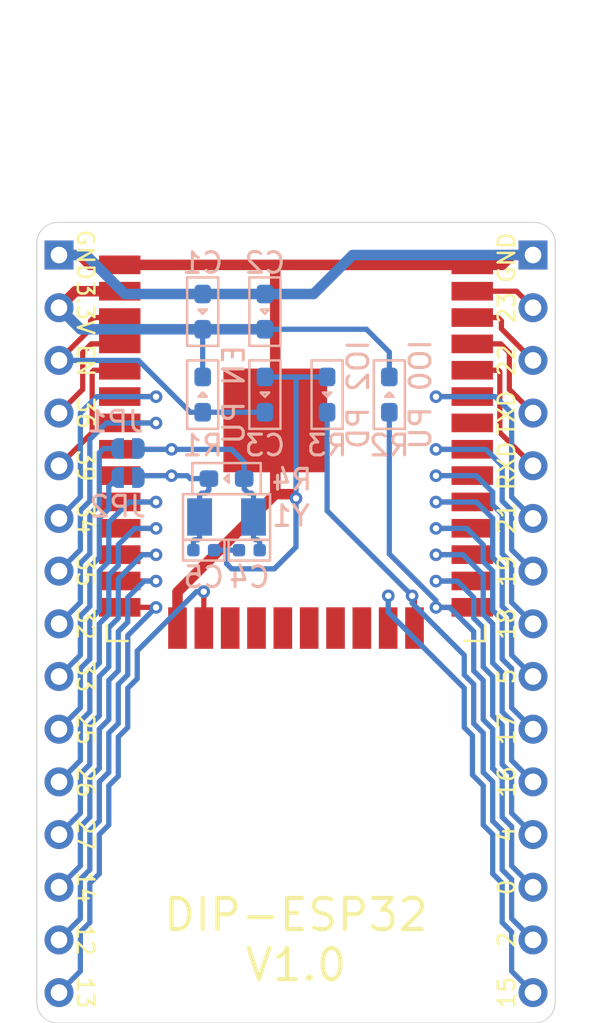
<source format=kicad_pcb>
(kicad_pcb (version 20171130) (host pcbnew "(5.1.10-1-10_14)")

  (general
    (thickness 1.6)
    (drawings 42)
    (tracks 372)
    (zones 0)
    (modules 14)
    (nets 39)
  )

  (page A4)
  (title_block
    (title "ESP32 DIP Board")
    (date 2021-11-25)
    (rev V1.0)
    (company https://github.com/KimiakiK)
  )

  (layers
    (0 F.Cu signal)
    (31 B.Cu signal)
    (32 B.Adhes user)
    (33 F.Adhes user)
    (34 B.Paste user)
    (35 F.Paste user)
    (36 B.SilkS user)
    (37 F.SilkS user)
    (38 B.Mask user)
    (39 F.Mask user)
    (40 Dwgs.User user)
    (41 Cmts.User user hide)
    (42 Eco1.User user)
    (43 Eco2.User user)
    (44 Edge.Cuts user)
    (45 Margin user)
    (46 B.CrtYd user)
    (47 F.CrtYd user)
    (48 B.Fab user hide)
    (49 F.Fab user hide)
  )

  (setup
    (last_trace_width 0.254)
    (user_trace_width 0.508)
    (trace_clearance 0.2032)
    (zone_clearance 0.508)
    (zone_45_only no)
    (trace_min 0.2032)
    (via_size 0.6096)
    (via_drill 0.3048)
    (via_min_size 0.6096)
    (via_min_drill 0.3048)
    (uvia_size 0.2032)
    (uvia_drill 0.1016)
    (uvias_allowed no)
    (uvia_min_size 0.2032)
    (uvia_min_drill 0.1016)
    (edge_width 0.05)
    (segment_width 0.2)
    (pcb_text_width 0.3)
    (pcb_text_size 1.5 1.5)
    (mod_edge_width 0.12)
    (mod_text_size 1 1)
    (mod_text_width 0.15)
    (pad_size 1.524 1.524)
    (pad_drill 0.762)
    (pad_to_mask_clearance 0)
    (aux_axis_origin 0 0)
    (visible_elements FFFFFF7F)
    (pcbplotparams
      (layerselection 0x010fc_ffffffff)
      (usegerberextensions true)
      (usegerberattributes false)
      (usegerberadvancedattributes false)
      (creategerberjobfile false)
      (excludeedgelayer true)
      (linewidth 0.100000)
      (plotframeref false)
      (viasonmask false)
      (mode 1)
      (useauxorigin false)
      (hpglpennumber 1)
      (hpglpenspeed 20)
      (hpglpendiameter 15.000000)
      (psnegative false)
      (psa4output false)
      (plotreference true)
      (plotvalue true)
      (plotinvisibletext false)
      (padsonsilk false)
      (subtractmaskfromsilk false)
      (outputformat 1)
      (mirror false)
      (drillshape 0)
      (scaleselection 1)
      (outputdirectory "DIP-ESP32/"))
  )

  (net 0 "")
  (net 1 +3V3)
  (net 2 GND)
  (net 3 EN)
  (net 4 IO2)
  (net 5 IO23)
  (net 6 IO22)
  (net 7 TXD0)
  (net 8 RXD0)
  (net 9 IO21)
  (net 10 IO19)
  (net 11 IO18)
  (net 12 IO5)
  (net 13 IO17)
  (net 14 IO16)
  (net 15 IO4)
  (net 16 IO0)
  (net 17 IO15)
  (net 18 IO13)
  (net 19 IO12)
  (net 20 IO14)
  (net 21 IO27)
  (net 22 IO26)
  (net 23 IO25)
  (net 24 IO33)
  (net 25 IO32)
  (net 26 IO35)
  (net 27 IO34)
  (net 28 SENSOR_VN)
  (net 29 SENSOR_VP)
  (net 30 "Net-(U1-Pad17)")
  (net 31 "Net-(U1-Pad18)")
  (net 32 "Net-(U1-Pad19)")
  (net 33 "Net-(U1-Pad20)")
  (net 34 "Net-(U1-Pad21)")
  (net 35 "Net-(U1-Pad22)")
  (net 36 "Net-(U1-Pad32)")
  (net 37 "Net-(J2-Pad9)")
  (net 38 "Net-(J2-Pad8)")

  (net_class Default "This is the default net class."
    (clearance 0.2032)
    (trace_width 0.254)
    (via_dia 0.6096)
    (via_drill 0.3048)
    (uvia_dia 0.2032)
    (uvia_drill 0.1016)
    (diff_pair_width 0.2032)
    (diff_pair_gap 0.2032)
    (add_net +3V3)
    (add_net EN)
    (add_net GND)
    (add_net IO0)
    (add_net IO12)
    (add_net IO13)
    (add_net IO14)
    (add_net IO15)
    (add_net IO16)
    (add_net IO17)
    (add_net IO18)
    (add_net IO19)
    (add_net IO2)
    (add_net IO21)
    (add_net IO22)
    (add_net IO23)
    (add_net IO25)
    (add_net IO26)
    (add_net IO27)
    (add_net IO32)
    (add_net IO33)
    (add_net IO34)
    (add_net IO35)
    (add_net IO4)
    (add_net IO5)
    (add_net "Net-(J2-Pad8)")
    (add_net "Net-(J2-Pad9)")
    (add_net "Net-(U1-Pad17)")
    (add_net "Net-(U1-Pad18)")
    (add_net "Net-(U1-Pad19)")
    (add_net "Net-(U1-Pad20)")
    (add_net "Net-(U1-Pad21)")
    (add_net "Net-(U1-Pad22)")
    (add_net "Net-(U1-Pad32)")
    (add_net RXD0)
    (add_net SENSOR_VN)
    (add_net SENSOR_VP)
    (add_net TXD0)
  )

  (module DIP-ESP32:Crystal_SMD_3215-2Pin (layer B.Cu) (tedit 60713422) (tstamp 61A75D13)
    (at -3.35 13.9 180)
    (path /61B741ED)
    (fp_text reference Y1 (at -3.1 0.05) (layer B.SilkS)
      (effects (font (size 1 1) (thickness 0.15)) (justify mirror))
    )
    (fp_text value 32.768kHz (at 0 -4) (layer B.Fab)
      (effects (font (size 1 1) (thickness 0.15)) (justify mirror))
    )
    (fp_line (start -2.1 -1.1) (end -2.1 1.1) (layer B.SilkS) (width 0.12))
    (fp_line (start 2.1 -1.1) (end -2.1 -1.1) (layer B.SilkS) (width 0.12))
    (fp_line (start 2.1 1.1) (end 2.1 -1.1) (layer B.SilkS) (width 0.12))
    (fp_line (start -2.1 1.1) (end 2.1 1.1) (layer B.SilkS) (width 0.12))
    (fp_line (start -1.6 -0.75) (end -1.6 0.75) (layer B.Fab) (width 0.12))
    (fp_line (start 1.6 -0.75) (end -1.6 -0.75) (layer B.Fab) (width 0.12))
    (fp_line (start 1.6 0.75) (end 1.6 -0.75) (layer B.Fab) (width 0.12))
    (fp_line (start -1.6 0.75) (end 1.6 0.75) (layer B.Fab) (width 0.12))
    (pad 2 smd rect (at 1.3 0 180) (size 1.2 1.8) (layers B.Cu B.Paste B.Mask)
      (net 24 IO33))
    (pad 1 smd rect (at -1.3 0 180) (size 1.2 1.8) (layers B.Cu B.Paste B.Mask)
      (net 25 IO32))
  )

  (module DIP-ESP32:1608Metric (layer B.Cu) (tedit 6109231E) (tstamp 61A75C37)
    (at -3.35 12.05)
    (descr "SMD 0603 (1608 Metric)")
    (path /61B7555C)
    (attr smd)
    (fp_text reference R4 (at 3.15 0.05) (layer B.SilkS)
      (effects (font (size 1 1) (thickness 0.15)) (justify mirror))
    )
    (fp_text value 5M (at 0 -1.778) (layer B.Fab)
      (effects (font (size 1 1) (thickness 0.15)) (justify mirror))
    )
    (fp_line (start -1.65 0.75) (end -1.65 -0.75) (layer B.SilkS) (width 0.12))
    (fp_line (start 1.65 0.75) (end 1.65 -0.75) (layer B.SilkS) (width 0.12))
    (fp_line (start -0.8 -0.4) (end -0.8 0.4) (layer B.Fab) (width 0.1))
    (fp_line (start -0.8 0.4) (end 0.8 0.4) (layer B.Fab) (width 0.1))
    (fp_line (start 0.8 0.4) (end 0.8 -0.4) (layer B.Fab) (width 0.1))
    (fp_line (start 0.8 -0.4) (end -0.8 -0.4) (layer B.Fab) (width 0.1))
    (fp_line (start -1.65 0.75) (end 1.65 0.75) (layer B.SilkS) (width 0.12))
    (fp_line (start -1.65 -0.75) (end 1.65 -0.75) (layer B.SilkS) (width 0.12))
    (fp_line (start -1.6 -0.7) (end -1.6 0.7) (layer B.CrtYd) (width 0.05))
    (fp_line (start -1.6 0.7) (end 1.6 0.7) (layer B.CrtYd) (width 0.05))
    (fp_line (start 1.6 0.7) (end 1.6 -0.7) (layer B.CrtYd) (width 0.05))
    (fp_line (start 1.6 -0.7) (end -1.6 -0.7) (layer B.CrtYd) (width 0.05))
    (fp_line (start 0.1 0.2) (end 0.1 -0.2) (layer B.SilkS) (width 0.12))
    (fp_line (start 0.1 -0.2) (end -0.1 0) (layer B.SilkS) (width 0.12))
    (fp_line (start -0.1 0) (end 0.1 0.2) (layer B.SilkS) (width 0.12))
    (fp_text user %R (at 0 0) (layer B.Fab)
      (effects (font (size 0.4 0.4) (thickness 0.06)) (justify mirror))
    )
    (pad 1 smd roundrect (at -0.85 0) (size 0.9 0.8) (layers B.Cu B.Paste B.Mask) (roundrect_rratio 0.25)
      (net 24 IO33))
    (pad 2 smd roundrect (at 0.85 0) (size 0.9 0.8) (layers B.Cu B.Paste B.Mask) (roundrect_rratio 0.25)
      (net 25 IO32))
    (model ${KISYS3DMOD}/Capacitor_SMD.3dshapes/C_0603_1608Metric.wrl
      (at (xyz 0 0 0))
      (scale (xyz 1 1 1))
      (rotate (xyz 0 0 0))
    )
  )

  (module DIP-ESP32:SolderJumper-2_P1.3mm_Open_RoundedPad1.0x1.5mm (layer B.Cu) (tedit 61A752CD) (tstamp 61A75BA3)
    (at -8.1 12 180)
    (descr "SMD Solder Jumper, 1x1.5mm, rounded Pads, 0.3mm gap, open")
    (tags "solder jumper open")
    (path /61B7EEC7)
    (attr virtual)
    (fp_text reference JP2 (at 0.5 -1.4) (layer B.SilkS)
      (effects (font (size 1 1) (thickness 0.15)) (justify mirror))
    )
    (fp_text value SolderJumper (at 0 -2.54) (layer B.Fab)
      (effects (font (size 1 1) (thickness 0.15)) (justify mirror))
    )
    (pad 1 smd custom (at -0.5 0 180) (size 0.6 0.5) (layers B.Cu B.Mask)
      (net 24 IO33) (zone_connect 2)
      (options (clearance outline) (anchor rect))
      (primitives
        (gr_circle (center 0 -0.2) (end 0.3 -0.2) (width 0))
        (gr_circle (center 0 0.2) (end 0.3 0.2) (width 0))
        (gr_poly (pts
           (xy 0 0.5) (xy 0.3 0.5) (xy 0.3 -0.5) (xy 0 -0.5)) (width 0))
      ))
    (pad 2 smd custom (at 0.5 0 180) (size 0.6 0.5) (layers B.Cu B.Mask)
      (net 37 "Net-(J2-Pad9)") (zone_connect 2)
      (options (clearance outline) (anchor rect))
      (primitives
        (gr_circle (center 0 -0.2) (end 0.3 -0.2) (width 0))
        (gr_circle (center 0 0.2) (end 0.3 0.2) (width 0))
        (gr_poly (pts
           (xy 0 0.5) (xy -0.3 0.5) (xy -0.3 -0.5) (xy 0 -0.5)) (width 0))
      ))
  )

  (module DIP-ESP32:SolderJumper-2_P1.3mm_Open_RoundedPad1.0x1.5mm (layer B.Cu) (tedit 61A752CD) (tstamp 61A75B9D)
    (at -8.1 10.6 180)
    (descr "SMD Solder Jumper, 1x1.5mm, rounded Pads, 0.3mm gap, open")
    (tags "solder jumper open")
    (path /61B7B3D6)
    (attr virtual)
    (fp_text reference JP1 (at 0.6 1.3) (layer B.SilkS)
      (effects (font (size 1 1) (thickness 0.15)) (justify mirror))
    )
    (fp_text value SolderJumper (at 0 -2.54) (layer B.Fab)
      (effects (font (size 1 1) (thickness 0.15)) (justify mirror))
    )
    (pad 1 smd custom (at -0.5 0 180) (size 0.6 0.5) (layers B.Cu B.Mask)
      (net 25 IO32) (zone_connect 2)
      (options (clearance outline) (anchor rect))
      (primitives
        (gr_circle (center 0 -0.2) (end 0.3 -0.2) (width 0))
        (gr_circle (center 0 0.2) (end 0.3 0.2) (width 0))
        (gr_poly (pts
           (xy 0 0.5) (xy 0.3 0.5) (xy 0.3 -0.5) (xy 0 -0.5)) (width 0))
      ))
    (pad 2 smd custom (at 0.5 0 180) (size 0.6 0.5) (layers B.Cu B.Mask)
      (net 38 "Net-(J2-Pad8)") (zone_connect 2)
      (options (clearance outline) (anchor rect))
      (primitives
        (gr_circle (center 0 -0.2) (end 0.3 -0.2) (width 0))
        (gr_circle (center 0 0.2) (end 0.3 0.2) (width 0))
        (gr_poly (pts
           (xy 0 0.5) (xy -0.3 0.5) (xy -0.3 -0.5) (xy 0 -0.5)) (width 0))
      ))
  )

  (module DIP-ESP32:1005Metric (layer B.Cu) (tedit 606EDE15) (tstamp 61A75B55)
    (at -4.45 15.5)
    (descr "SMD 0402 (1005 Metric)")
    (path /61B76735)
    (attr smd)
    (fp_text reference C5 (at 0 1.3) (layer B.SilkS)
      (effects (font (size 1 1) (thickness 0.15)) (justify mirror))
    )
    (fp_text value 10pF (at 0 -1.6) (layer B.Fab)
      (effects (font (size 1 1) (thickness 0.15)) (justify mirror))
    )
    (fp_line (start -0.5 -0.25) (end -0.5 0.25) (layer B.Fab) (width 0.1))
    (fp_line (start -0.5 0.25) (end 0.5 0.25) (layer B.Fab) (width 0.1))
    (fp_line (start 0.5 0.25) (end 0.5 -0.25) (layer B.Fab) (width 0.1))
    (fp_line (start 0.5 -0.25) (end -0.5 -0.25) (layer B.Fab) (width 0.1))
    (fp_line (start -1 0.5) (end 1 0.5) (layer B.SilkS) (width 0.12))
    (fp_line (start -1 -0.5) (end 1 -0.5) (layer B.SilkS) (width 0.12))
    (fp_line (start -0.95 -0.45) (end -0.95 0.45) (layer B.CrtYd) (width 0.05))
    (fp_line (start -0.95 0.45) (end 0.95 0.45) (layer B.CrtYd) (width 0.05))
    (fp_line (start 0.95 0.45) (end 0.95 -0.45) (layer B.CrtYd) (width 0.05))
    (fp_line (start 0.95 -0.45) (end -0.95 -0.45) (layer B.CrtYd) (width 0.05))
    (fp_line (start -1 -0.5) (end -1 0.5) (layer B.SilkS) (width 0.12))
    (fp_line (start 1 -0.5) (end 1 0.5) (layer B.SilkS) (width 0.12))
    (fp_text user %R (at 0 0) (layer B.Fab)
      (effects (font (size 0.25 0.25) (thickness 0.04)) (justify mirror))
    )
    (pad 1 smd roundrect (at -0.5 0) (size 0.6 0.6) (layers B.Cu B.Paste B.Mask) (roundrect_rratio 0.25)
      (net 24 IO33))
    (pad 2 smd roundrect (at 0.5 0) (size 0.6 0.6) (layers B.Cu B.Paste B.Mask) (roundrect_rratio 0.25)
      (net 2 GND))
    (model ${KISYS3DMOD}/Capacitor_SMD.3dshapes/C_0402_1005Metric.wrl
      (at (xyz 0 0 0))
      (scale (xyz 1 1 1))
      (rotate (xyz 0 0 0))
    )
  )

  (module DIP-ESP32:1005Metric (layer B.Cu) (tedit 606EDE15) (tstamp 61A75B42)
    (at -2.25 15.5 180)
    (descr "SMD 0402 (1005 Metric)")
    (path /61B76E2E)
    (attr smd)
    (fp_text reference C4 (at 0 -1.3) (layer B.SilkS)
      (effects (font (size 1 1) (thickness 0.15)) (justify mirror))
    )
    (fp_text value 10pF (at 0 -1.6) (layer B.Fab)
      (effects (font (size 1 1) (thickness 0.15)) (justify mirror))
    )
    (fp_line (start -0.5 -0.25) (end -0.5 0.25) (layer B.Fab) (width 0.1))
    (fp_line (start -0.5 0.25) (end 0.5 0.25) (layer B.Fab) (width 0.1))
    (fp_line (start 0.5 0.25) (end 0.5 -0.25) (layer B.Fab) (width 0.1))
    (fp_line (start 0.5 -0.25) (end -0.5 -0.25) (layer B.Fab) (width 0.1))
    (fp_line (start -1 0.5) (end 1 0.5) (layer B.SilkS) (width 0.12))
    (fp_line (start -1 -0.5) (end 1 -0.5) (layer B.SilkS) (width 0.12))
    (fp_line (start -0.95 -0.45) (end -0.95 0.45) (layer B.CrtYd) (width 0.05))
    (fp_line (start -0.95 0.45) (end 0.95 0.45) (layer B.CrtYd) (width 0.05))
    (fp_line (start 0.95 0.45) (end 0.95 -0.45) (layer B.CrtYd) (width 0.05))
    (fp_line (start 0.95 -0.45) (end -0.95 -0.45) (layer B.CrtYd) (width 0.05))
    (fp_line (start -1 -0.5) (end -1 0.5) (layer B.SilkS) (width 0.12))
    (fp_line (start 1 -0.5) (end 1 0.5) (layer B.SilkS) (width 0.12))
    (fp_text user %R (at 0 0) (layer B.Fab)
      (effects (font (size 0.25 0.25) (thickness 0.04)) (justify mirror))
    )
    (pad 1 smd roundrect (at -0.5 0 180) (size 0.6 0.6) (layers B.Cu B.Paste B.Mask) (roundrect_rratio 0.25)
      (net 25 IO32))
    (pad 2 smd roundrect (at 0.5 0 180) (size 0.6 0.6) (layers B.Cu B.Paste B.Mask) (roundrect_rratio 0.25)
      (net 2 GND))
    (model ${KISYS3DMOD}/Capacitor_SMD.3dshapes/C_0402_1005Metric.wrl
      (at (xyz 0 0 0))
      (scale (xyz 1 1 1))
      (rotate (xyz 0 0 0))
    )
  )

  (module DIP-ESP32:ESP32-WROOM-32 (layer F.Cu) (tedit 61A342C4) (tstamp 61A388DE)
    (at 0 10)
    (descr "Single 2.4 GHz Wi-Fi and Bluetooth combo chip https://www.espressif.com/sites/default/files/documentation/esp32-wroom-32_datasheet_en.pdf")
    (tags "Single 2.4 GHz Wi-Fi and Bluetooth combo  chip")
    (path /61C1E92E)
    (attr smd)
    (fp_text reference U1 (at -10.61 8.43 90) (layer F.SilkS) hide
      (effects (font (size 1 1) (thickness 0.15)))
    )
    (fp_text value ESP32-WROOM-32U (at 0 11.5) (layer F.Fab)
      (effects (font (size 1 1) (thickness 0.15)))
    )
    (fp_line (start -14 -9.97) (end -14 -20.75) (layer Dwgs.User) (width 0.1))
    (fp_line (start 9 9.76) (end 9 -15.745) (layer F.Fab) (width 0.1))
    (fp_line (start -9 9.76) (end 9 9.76) (layer F.Fab) (width 0.1))
    (fp_line (start -9 -15.745) (end 9 -15.745) (layer F.Fab) (width 0.1))
    (fp_line (start -9.75 10.5) (end -9.75 -9.72) (layer F.CrtYd) (width 0.05))
    (fp_line (start -9.75 10.5) (end 9.75 10.5) (layer F.CrtYd) (width 0.05))
    (fp_line (start 9.75 -9.72) (end 9.75 10.5) (layer F.CrtYd) (width 0.05))
    (fp_line (start -14.25 -21) (end 14.25 -21) (layer F.CrtYd) (width 0.05))
    (fp_line (start -9 -15.745) (end -9 9.76) (layer F.Fab) (width 0.1))
    (fp_line (start 14 -9.97) (end -14 -9.97) (layer Dwgs.User) (width 0.1))
    (fp_line (start 14 -9.97) (end 14 -20.75) (layer Dwgs.User) (width 0.1))
    (fp_line (start 14 -20.75) (end -14 -20.75) (layer Dwgs.User) (width 0.1))
    (fp_line (start -14.25 -21) (end -14.25 -9.72) (layer F.CrtYd) (width 0.05))
    (fp_line (start 14.25 -21) (end 14.25 -9.72) (layer F.CrtYd) (width 0.05))
    (fp_line (start -14.25 -9.72) (end -9.75 -9.72) (layer F.CrtYd) (width 0.05))
    (fp_line (start 9.75 -9.72) (end 14.25 -9.72) (layer F.CrtYd) (width 0.05))
    (fp_line (start -12.525 -20.75) (end -14 -19.66) (layer Dwgs.User) (width 0.1))
    (fp_line (start -10.525 -20.75) (end -14 -18.045) (layer Dwgs.User) (width 0.1))
    (fp_line (start -8.525 -20.75) (end -14 -16.43) (layer Dwgs.User) (width 0.1))
    (fp_line (start -6.525 -20.75) (end -14 -14.815) (layer Dwgs.User) (width 0.1))
    (fp_line (start -4.525 -20.75) (end -14 -13.2) (layer Dwgs.User) (width 0.1))
    (fp_line (start -2.525 -20.75) (end -14 -11.585) (layer Dwgs.User) (width 0.1))
    (fp_line (start -0.525 -20.75) (end -14 -9.97) (layer Dwgs.User) (width 0.1))
    (fp_line (start 1.475 -20.75) (end -12 -9.97) (layer Dwgs.User) (width 0.1))
    (fp_line (start 3.475 -20.75) (end -10 -9.97) (layer Dwgs.User) (width 0.1))
    (fp_line (start -8 -9.97) (end 5.475 -20.75) (layer Dwgs.User) (width 0.1))
    (fp_line (start 7.475 -20.75) (end -6 -9.97) (layer Dwgs.User) (width 0.1))
    (fp_line (start 9.475 -20.75) (end -4 -9.97) (layer Dwgs.User) (width 0.1))
    (fp_line (start 11.475 -20.75) (end -2 -9.97) (layer Dwgs.User) (width 0.1))
    (fp_line (start 13.475 -20.75) (end 0 -9.97) (layer Dwgs.User) (width 0.1))
    (fp_line (start 14 -19.66) (end 2 -9.97) (layer Dwgs.User) (width 0.1))
    (fp_line (start 14 -18.045) (end 4 -9.97) (layer Dwgs.User) (width 0.1))
    (fp_line (start 14 -16.43) (end 6 -9.97) (layer Dwgs.User) (width 0.1))
    (fp_line (start 14 -14.815) (end 8 -9.97) (layer Dwgs.User) (width 0.1))
    (fp_line (start 14 -13.2) (end 10 -9.97) (layer Dwgs.User) (width 0.1))
    (fp_line (start 14 -11.585) (end 12 -9.97) (layer Dwgs.User) (width 0.1))
    (fp_line (start 9.2 -13.875) (end 13.8 -13.875) (layer Cmts.User) (width 0.1))
    (fp_line (start 13.8 -13.875) (end 13.6 -14.075) (layer Cmts.User) (width 0.1))
    (fp_line (start 13.8 -13.875) (end 13.6 -13.675) (layer Cmts.User) (width 0.1))
    (fp_line (start 9.2 -13.875) (end 9.4 -14.075) (layer Cmts.User) (width 0.1))
    (fp_line (start 9.2 -13.875) (end 9.4 -13.675) (layer Cmts.User) (width 0.1))
    (fp_line (start -13.8 -13.875) (end -13.6 -14.075) (layer Cmts.User) (width 0.1))
    (fp_line (start -13.8 -13.875) (end -13.6 -13.675) (layer Cmts.User) (width 0.1))
    (fp_line (start -9.2 -13.875) (end -9.4 -13.675) (layer Cmts.User) (width 0.1))
    (fp_line (start -13.8 -13.875) (end -9.2 -13.875) (layer Cmts.User) (width 0.1))
    (fp_line (start -9.2 -13.875) (end -9.4 -14.075) (layer Cmts.User) (width 0.1))
    (fp_line (start 8.4 -16) (end 8.2 -16.2) (layer Cmts.User) (width 0.1))
    (fp_line (start 8.4 -16) (end 8.6 -16.2) (layer Cmts.User) (width 0.1))
    (fp_line (start 8.4 -20.6) (end 8.6 -20.4) (layer Cmts.User) (width 0.1))
    (fp_line (start 8.4 -16) (end 8.4 -20.6) (layer Cmts.User) (width 0.1))
    (fp_line (start 8.4 -20.6) (end 8.2 -20.4) (layer Cmts.User) (width 0.1))
    (fp_line (start -9.12 9.1) (end -9.12 9.88) (layer F.SilkS) (width 0.12))
    (fp_line (start -9.12 9.88) (end -8.12 9.88) (layer F.SilkS) (width 0.12))
    (fp_line (start 9.12 9.1) (end 9.12 9.88) (layer F.SilkS) (width 0.12))
    (fp_line (start 9.12 9.88) (end 8.12 9.88) (layer F.SilkS) (width 0.12))
    (fp_text user %R (at 0 0) (layer F.Fab)
      (effects (font (size 1 1) (thickness 0.15)))
    )
    (fp_text user "KEEP-OUT ZONE" (at 0 -19) (layer Cmts.User)
      (effects (font (size 1 1) (thickness 0.15)))
    )
    (fp_text user Antenna (at 0 -13) (layer Cmts.User)
      (effects (font (size 1 1) (thickness 0.15)))
    )
    (fp_text user "5 mm" (at 11.8 -14.375) (layer Cmts.User)
      (effects (font (size 0.5 0.5) (thickness 0.1)))
    )
    (fp_text user "5 mm" (at -11.2 -14.375) (layer Cmts.User)
      (effects (font (size 0.5 0.5) (thickness 0.1)))
    )
    (fp_text user "5 mm" (at 7.8 -19.075 90) (layer Cmts.User)
      (effects (font (size 0.5 0.5) (thickness 0.1)))
    )
    (pad 39 smd rect (at -1 -0.755) (size 5 5) (layers F.Cu F.Paste F.Mask)
      (net 2 GND))
    (pad 1 smd rect (at -8.5 -8.255) (size 2 0.9) (layers F.Cu F.Paste F.Mask)
      (net 2 GND))
    (pad 2 smd rect (at -8.5 -6.985) (size 2 0.9) (layers F.Cu F.Paste F.Mask)
      (net 1 +3V3))
    (pad 3 smd rect (at -8.5 -5.715) (size 2 0.9) (layers F.Cu F.Paste F.Mask)
      (net 3 EN))
    (pad 4 smd rect (at -8.5 -4.445) (size 2 0.9) (layers F.Cu F.Paste F.Mask)
      (net 29 SENSOR_VP))
    (pad 5 smd rect (at -8.5 -3.175) (size 2 0.9) (layers F.Cu F.Paste F.Mask)
      (net 28 SENSOR_VN))
    (pad 6 smd rect (at -8.5 -1.905) (size 2 0.9) (layers F.Cu F.Paste F.Mask)
      (net 27 IO34))
    (pad 7 smd rect (at -8.5 -0.635) (size 2 0.9) (layers F.Cu F.Paste F.Mask)
      (net 26 IO35))
    (pad 8 smd rect (at -8.5 0.635) (size 2 0.9) (layers F.Cu F.Paste F.Mask)
      (net 25 IO32))
    (pad 9 smd rect (at -8.5 1.905) (size 2 0.9) (layers F.Cu F.Paste F.Mask)
      (net 24 IO33))
    (pad 10 smd rect (at -8.5 3.175) (size 2 0.9) (layers F.Cu F.Paste F.Mask)
      (net 23 IO25))
    (pad 11 smd rect (at -8.5 4.445) (size 2 0.9) (layers F.Cu F.Paste F.Mask)
      (net 22 IO26))
    (pad 12 smd rect (at -8.5 5.715) (size 2 0.9) (layers F.Cu F.Paste F.Mask)
      (net 21 IO27))
    (pad 13 smd rect (at -8.5 6.985) (size 2 0.9) (layers F.Cu F.Paste F.Mask)
      (net 20 IO14))
    (pad 14 smd rect (at -8.5 8.255) (size 2 0.9) (layers F.Cu F.Paste F.Mask)
      (net 19 IO12))
    (pad 15 smd rect (at -5.715 9.255 90) (size 2 0.9) (layers F.Cu F.Paste F.Mask)
      (net 2 GND))
    (pad 16 smd rect (at -4.445 9.255 90) (size 2 0.9) (layers F.Cu F.Paste F.Mask)
      (net 18 IO13))
    (pad 17 smd rect (at -3.175 9.255 90) (size 2 0.9) (layers F.Cu F.Paste F.Mask)
      (net 30 "Net-(U1-Pad17)"))
    (pad 18 smd rect (at -1.905 9.255 90) (size 2 0.9) (layers F.Cu F.Paste F.Mask)
      (net 31 "Net-(U1-Pad18)"))
    (pad 19 smd rect (at -0.635 9.255 90) (size 2 0.9) (layers F.Cu F.Paste F.Mask)
      (net 32 "Net-(U1-Pad19)"))
    (pad 20 smd rect (at 0.635 9.255 90) (size 2 0.9) (layers F.Cu F.Paste F.Mask)
      (net 33 "Net-(U1-Pad20)"))
    (pad 21 smd rect (at 1.905 9.255 90) (size 2 0.9) (layers F.Cu F.Paste F.Mask)
      (net 34 "Net-(U1-Pad21)"))
    (pad 22 smd rect (at 3.175 9.255 90) (size 2 0.9) (layers F.Cu F.Paste F.Mask)
      (net 35 "Net-(U1-Pad22)"))
    (pad 23 smd rect (at 4.445 9.255 90) (size 2 0.9) (layers F.Cu F.Paste F.Mask)
      (net 17 IO15))
    (pad 24 smd rect (at 5.715 9.255 90) (size 2 0.9) (layers F.Cu F.Paste F.Mask)
      (net 4 IO2))
    (pad 25 smd rect (at 8.5 8.255) (size 2 0.9) (layers F.Cu F.Paste F.Mask)
      (net 16 IO0))
    (pad 26 smd rect (at 8.5 6.985) (size 2 0.9) (layers F.Cu F.Paste F.Mask)
      (net 15 IO4))
    (pad 27 smd rect (at 8.5 5.715) (size 2 0.9) (layers F.Cu F.Paste F.Mask)
      (net 14 IO16))
    (pad 28 smd rect (at 8.5 4.445) (size 2 0.9) (layers F.Cu F.Paste F.Mask)
      (net 13 IO17))
    (pad 29 smd rect (at 8.5 3.175) (size 2 0.9) (layers F.Cu F.Paste F.Mask)
      (net 12 IO5))
    (pad 30 smd rect (at 8.5 1.905) (size 2 0.9) (layers F.Cu F.Paste F.Mask)
      (net 11 IO18))
    (pad 31 smd rect (at 8.5 0.635) (size 2 0.9) (layers F.Cu F.Paste F.Mask)
      (net 10 IO19))
    (pad 32 smd rect (at 8.5 -0.635) (size 2 0.9) (layers F.Cu F.Paste F.Mask)
      (net 36 "Net-(U1-Pad32)"))
    (pad 33 smd rect (at 8.5 -1.905) (size 2 0.9) (layers F.Cu F.Paste F.Mask)
      (net 9 IO21))
    (pad 34 smd rect (at 8.5 -3.175) (size 2 0.9) (layers F.Cu F.Paste F.Mask)
      (net 8 RXD0))
    (pad 35 smd rect (at 8.5 -4.445) (size 2 0.9) (layers F.Cu F.Paste F.Mask)
      (net 7 TXD0))
    (pad 36 smd rect (at 8.5 -5.715) (size 2 0.9) (layers F.Cu F.Paste F.Mask)
      (net 6 IO22))
    (pad 37 smd rect (at 8.5 -6.985) (size 2 0.9) (layers F.Cu F.Paste F.Mask)
      (net 5 IO23))
    (pad 38 smd rect (at 8.5 -8.255) (size 2 0.9) (layers F.Cu F.Paste F.Mask)
      (net 2 GND))
    (model ${KISYS3DMOD}/RF_Module.3dshapes/ESP32-WROOM-32.wrl
      (at (xyz 0 0 0))
      (scale (xyz 1 1 1))
      (rotate (xyz 0 0 0))
    )
  )

  (module DIP-ESP32:1608Metric (layer B.Cu) (tedit 6109231E) (tstamp 61A38876)
    (at 1.5 8 90)
    (descr "SMD 0603 (1608 Metric)")
    (path /61DEECAD)
    (attr smd)
    (fp_text reference R3 (at -2.45 0 180) (layer B.SilkS)
      (effects (font (size 1 1) (thickness 0.15)) (justify mirror))
    )
    (fp_text value 10k (at 0 -1.778 90) (layer B.Fab)
      (effects (font (size 1 1) (thickness 0.15)) (justify mirror))
    )
    (fp_line (start -1.65 0.75) (end -1.65 -0.75) (layer B.SilkS) (width 0.12))
    (fp_line (start 1.65 0.75) (end 1.65 -0.75) (layer B.SilkS) (width 0.12))
    (fp_line (start -0.8 -0.4) (end -0.8 0.4) (layer B.Fab) (width 0.1))
    (fp_line (start -0.8 0.4) (end 0.8 0.4) (layer B.Fab) (width 0.1))
    (fp_line (start 0.8 0.4) (end 0.8 -0.4) (layer B.Fab) (width 0.1))
    (fp_line (start 0.8 -0.4) (end -0.8 -0.4) (layer B.Fab) (width 0.1))
    (fp_line (start -1.65 0.75) (end 1.65 0.75) (layer B.SilkS) (width 0.12))
    (fp_line (start -1.65 -0.75) (end 1.65 -0.75) (layer B.SilkS) (width 0.12))
    (fp_line (start -1.6 -0.7) (end -1.6 0.7) (layer B.CrtYd) (width 0.05))
    (fp_line (start -1.6 0.7) (end 1.6 0.7) (layer B.CrtYd) (width 0.05))
    (fp_line (start 1.6 0.7) (end 1.6 -0.7) (layer B.CrtYd) (width 0.05))
    (fp_line (start 1.6 -0.7) (end -1.6 -0.7) (layer B.CrtYd) (width 0.05))
    (fp_line (start 0.1 0.2) (end 0.1 -0.2) (layer B.SilkS) (width 0.12))
    (fp_line (start 0.1 -0.2) (end -0.1 0) (layer B.SilkS) (width 0.12))
    (fp_line (start -0.1 0) (end 0.1 0.2) (layer B.SilkS) (width 0.12))
    (fp_text user %R (at 0 0 90) (layer B.Fab)
      (effects (font (size 0.4 0.4) (thickness 0.06)) (justify mirror))
    )
    (pad 1 smd roundrect (at -0.85 0 90) (size 0.9 0.8) (layers B.Cu B.Paste B.Mask) (roundrect_rratio 0.25)
      (net 4 IO2))
    (pad 2 smd roundrect (at 0.85 0 90) (size 0.9 0.8) (layers B.Cu B.Paste B.Mask) (roundrect_rratio 0.25)
      (net 2 GND))
    (model ${KISYS3DMOD}/Capacitor_SMD.3dshapes/C_0603_1608Metric.wrl
      (at (xyz 0 0 0))
      (scale (xyz 1 1 1))
      (rotate (xyz 0 0 0))
    )
  )

  (module DIP-ESP32:1608Metric (layer B.Cu) (tedit 6109231E) (tstamp 61A38860)
    (at 4.5 8 270)
    (descr "SMD 0603 (1608 Metric)")
    (path /61DEE639)
    (attr smd)
    (fp_text reference R2 (at 2.45 0 180) (layer B.SilkS)
      (effects (font (size 1 1) (thickness 0.15)) (justify mirror))
    )
    (fp_text value 10k (at 0 -1.778 90) (layer B.Fab)
      (effects (font (size 1 1) (thickness 0.15)) (justify mirror))
    )
    (fp_line (start -1.65 0.75) (end -1.65 -0.75) (layer B.SilkS) (width 0.12))
    (fp_line (start 1.65 0.75) (end 1.65 -0.75) (layer B.SilkS) (width 0.12))
    (fp_line (start -0.8 -0.4) (end -0.8 0.4) (layer B.Fab) (width 0.1))
    (fp_line (start -0.8 0.4) (end 0.8 0.4) (layer B.Fab) (width 0.1))
    (fp_line (start 0.8 0.4) (end 0.8 -0.4) (layer B.Fab) (width 0.1))
    (fp_line (start 0.8 -0.4) (end -0.8 -0.4) (layer B.Fab) (width 0.1))
    (fp_line (start -1.65 0.75) (end 1.65 0.75) (layer B.SilkS) (width 0.12))
    (fp_line (start -1.65 -0.75) (end 1.65 -0.75) (layer B.SilkS) (width 0.12))
    (fp_line (start -1.6 -0.7) (end -1.6 0.7) (layer B.CrtYd) (width 0.05))
    (fp_line (start -1.6 0.7) (end 1.6 0.7) (layer B.CrtYd) (width 0.05))
    (fp_line (start 1.6 0.7) (end 1.6 -0.7) (layer B.CrtYd) (width 0.05))
    (fp_line (start 1.6 -0.7) (end -1.6 -0.7) (layer B.CrtYd) (width 0.05))
    (fp_line (start 0.1 0.2) (end 0.1 -0.2) (layer B.SilkS) (width 0.12))
    (fp_line (start 0.1 -0.2) (end -0.1 0) (layer B.SilkS) (width 0.12))
    (fp_line (start -0.1 0) (end 0.1 0.2) (layer B.SilkS) (width 0.12))
    (fp_text user %R (at 0 0 90) (layer B.Fab)
      (effects (font (size 0.4 0.4) (thickness 0.06)) (justify mirror))
    )
    (pad 1 smd roundrect (at -0.85 0 270) (size 0.9 0.8) (layers B.Cu B.Paste B.Mask) (roundrect_rratio 0.25)
      (net 1 +3V3))
    (pad 2 smd roundrect (at 0.85 0 270) (size 0.9 0.8) (layers B.Cu B.Paste B.Mask) (roundrect_rratio 0.25)
      (net 16 IO0))
    (model ${KISYS3DMOD}/Capacitor_SMD.3dshapes/C_0603_1608Metric.wrl
      (at (xyz 0 0 0))
      (scale (xyz 1 1 1))
      (rotate (xyz 0 0 0))
    )
  )

  (module DIP-ESP32:1608Metric (layer B.Cu) (tedit 6109231E) (tstamp 61A3884A)
    (at -4.5 8 270)
    (descr "SMD 0603 (1608 Metric)")
    (path /61C35EE6)
    (attr smd)
    (fp_text reference R1 (at 2.45 0 180) (layer B.SilkS)
      (effects (font (size 1 1) (thickness 0.15)) (justify mirror))
    )
    (fp_text value 10k (at 0 -1.778 90) (layer B.Fab)
      (effects (font (size 1 1) (thickness 0.15)) (justify mirror))
    )
    (fp_line (start -1.65 0.75) (end -1.65 -0.75) (layer B.SilkS) (width 0.12))
    (fp_line (start 1.65 0.75) (end 1.65 -0.75) (layer B.SilkS) (width 0.12))
    (fp_line (start -0.8 -0.4) (end -0.8 0.4) (layer B.Fab) (width 0.1))
    (fp_line (start -0.8 0.4) (end 0.8 0.4) (layer B.Fab) (width 0.1))
    (fp_line (start 0.8 0.4) (end 0.8 -0.4) (layer B.Fab) (width 0.1))
    (fp_line (start 0.8 -0.4) (end -0.8 -0.4) (layer B.Fab) (width 0.1))
    (fp_line (start -1.65 0.75) (end 1.65 0.75) (layer B.SilkS) (width 0.12))
    (fp_line (start -1.65 -0.75) (end 1.65 -0.75) (layer B.SilkS) (width 0.12))
    (fp_line (start -1.6 -0.7) (end -1.6 0.7) (layer B.CrtYd) (width 0.05))
    (fp_line (start -1.6 0.7) (end 1.6 0.7) (layer B.CrtYd) (width 0.05))
    (fp_line (start 1.6 0.7) (end 1.6 -0.7) (layer B.CrtYd) (width 0.05))
    (fp_line (start 1.6 -0.7) (end -1.6 -0.7) (layer B.CrtYd) (width 0.05))
    (fp_line (start 0.1 0.2) (end 0.1 -0.2) (layer B.SilkS) (width 0.12))
    (fp_line (start 0.1 -0.2) (end -0.1 0) (layer B.SilkS) (width 0.12))
    (fp_line (start -0.1 0) (end 0.1 0.2) (layer B.SilkS) (width 0.12))
    (fp_text user %R (at 0 0 90) (layer B.Fab)
      (effects (font (size 0.4 0.4) (thickness 0.06)) (justify mirror))
    )
    (pad 1 smd roundrect (at -0.85 0 270) (size 0.9 0.8) (layers B.Cu B.Paste B.Mask) (roundrect_rratio 0.25)
      (net 1 +3V3))
    (pad 2 smd roundrect (at 0.85 0 270) (size 0.9 0.8) (layers B.Cu B.Paste B.Mask) (roundrect_rratio 0.25)
      (net 3 EN))
    (model ${KISYS3DMOD}/Capacitor_SMD.3dshapes/C_0603_1608Metric.wrl
      (at (xyz 0 0 0))
      (scale (xyz 1 1 1))
      (rotate (xyz 0 0 0))
    )
  )

  (module DIP-ESP32:DIP-ESP32-CN (layer F.Cu) (tedit 61A34D60) (tstamp 61A38834)
    (at 0 1.27)
    (path /61C22958)
    (fp_text reference J2 (at 0 0.5) (layer F.SilkS) hide
      (effects (font (size 1 1) (thickness 0.15)))
    )
    (fp_text value DIP-ESP32-CN (at 0 -0.5) (layer F.Fab)
      (effects (font (size 1 1) (thickness 0.15)))
    )
    (pad 17 thru_hole circle (at 11.43 33.02) (size 1.4 1.4) (drill 0.8) (layers *.Cu *.Mask)
      (net 4 IO2))
    (pad 30 thru_hole rect (at 11.43 0) (size 1.4 1.4) (drill 0.8) (layers *.Cu *.Mask)
      (net 2 GND))
    (pad 29 thru_hole circle (at 11.43 2.54) (size 1.4 1.4) (drill 0.8) (layers *.Cu *.Mask)
      (net 5 IO23))
    (pad 28 thru_hole circle (at 11.43 5.08) (size 1.4 1.4) (drill 0.8) (layers *.Cu *.Mask)
      (net 6 IO22))
    (pad 27 thru_hole circle (at 11.43 7.62) (size 1.4 1.4) (drill 0.8) (layers *.Cu *.Mask)
      (net 7 TXD0))
    (pad 26 thru_hole circle (at 11.43 10.16) (size 1.4 1.4) (drill 0.8) (layers *.Cu *.Mask)
      (net 8 RXD0))
    (pad 25 thru_hole circle (at 11.43 12.7) (size 1.4 1.4) (drill 0.8) (layers *.Cu *.Mask)
      (net 9 IO21))
    (pad 24 thru_hole circle (at 11.43 15.24) (size 1.4 1.4) (drill 0.8) (layers *.Cu *.Mask)
      (net 10 IO19))
    (pad 23 thru_hole circle (at 11.43 17.78) (size 1.4 1.4) (drill 0.8) (layers *.Cu *.Mask)
      (net 11 IO18))
    (pad 22 thru_hole circle (at 11.43 20.32) (size 1.4 1.4) (drill 0.8) (layers *.Cu *.Mask)
      (net 12 IO5))
    (pad 21 thru_hole circle (at 11.43 22.86) (size 1.4 1.4) (drill 0.8) (layers *.Cu *.Mask)
      (net 13 IO17))
    (pad 20 thru_hole circle (at 11.43 25.4) (size 1.4 1.4) (drill 0.8) (layers *.Cu *.Mask)
      (net 14 IO16))
    (pad 19 thru_hole circle (at 11.43 27.94) (size 1.4 1.4) (drill 0.8) (layers *.Cu *.Mask)
      (net 15 IO4))
    (pad 18 thru_hole circle (at 11.43 30.48) (size 1.4 1.4) (drill 0.8) (layers *.Cu *.Mask)
      (net 16 IO0))
    (pad 16 thru_hole circle (at 11.43 35.56) (size 1.4 1.4) (drill 0.8) (layers *.Cu *.Mask)
      (net 17 IO15))
    (pad 15 thru_hole circle (at -11.43 35.56) (size 1.4 1.4) (drill 0.8) (layers *.Cu *.Mask)
      (net 18 IO13))
    (pad 14 thru_hole circle (at -11.43 33.02) (size 1.4 1.4) (drill 0.8) (layers *.Cu *.Mask)
      (net 19 IO12))
    (pad 13 thru_hole circle (at -11.43 30.48) (size 1.4 1.4) (drill 0.8) (layers *.Cu *.Mask)
      (net 20 IO14))
    (pad 12 thru_hole circle (at -11.43 27.94) (size 1.4 1.4) (drill 0.8) (layers *.Cu *.Mask)
      (net 21 IO27))
    (pad 11 thru_hole circle (at -11.43 25.4) (size 1.4 1.4) (drill 0.8) (layers *.Cu *.Mask)
      (net 22 IO26))
    (pad 10 thru_hole circle (at -11.43 22.86) (size 1.4 1.4) (drill 0.8) (layers *.Cu *.Mask)
      (net 23 IO25))
    (pad 9 thru_hole circle (at -11.43 20.32) (size 1.4 1.4) (drill 0.8) (layers *.Cu *.Mask)
      (net 37 "Net-(J2-Pad9)"))
    (pad 8 thru_hole circle (at -11.43 17.78) (size 1.4 1.4) (drill 0.8) (layers *.Cu *.Mask)
      (net 38 "Net-(J2-Pad8)"))
    (pad 7 thru_hole circle (at -11.43 15.24) (size 1.4 1.4) (drill 0.8) (layers *.Cu *.Mask)
      (net 26 IO35))
    (pad 6 thru_hole circle (at -11.43 12.7) (size 1.4 1.4) (drill 0.8) (layers *.Cu *.Mask)
      (net 27 IO34))
    (pad 5 thru_hole circle (at -11.43 10.16) (size 1.4 1.4) (drill 0.8) (layers *.Cu *.Mask)
      (net 28 SENSOR_VN))
    (pad 4 thru_hole circle (at -11.43 7.62) (size 1.4 1.4) (drill 0.8) (layers *.Cu *.Mask)
      (net 29 SENSOR_VP))
    (pad 3 thru_hole circle (at -11.43 5.08) (size 1.4 1.4) (drill 0.8) (layers *.Cu *.Mask)
      (net 3 EN))
    (pad 2 thru_hole circle (at -11.43 2.54) (size 1.4 1.4) (drill 0.8) (layers *.Cu *.Mask)
      (net 1 +3V3))
    (pad 1 thru_hole rect (at -11.43 0) (size 1.4 1.4) (drill 0.8) (layers *.Cu *.Mask)
      (net 2 GND))
  )

  (module DIP-ESP32:1608Metric (layer B.Cu) (tedit 6109231E) (tstamp 61A38812)
    (at -1.5 8 90)
    (descr "SMD 0603 (1608 Metric)")
    (path /61C3AED1)
    (attr smd)
    (fp_text reference C3 (at -2.45 0 180) (layer B.SilkS)
      (effects (font (size 1 1) (thickness 0.15)) (justify mirror))
    )
    (fp_text value 0.1uF (at 0 -1.778 90) (layer B.Fab)
      (effects (font (size 1 1) (thickness 0.15)) (justify mirror))
    )
    (fp_line (start -1.65 0.75) (end -1.65 -0.75) (layer B.SilkS) (width 0.12))
    (fp_line (start 1.65 0.75) (end 1.65 -0.75) (layer B.SilkS) (width 0.12))
    (fp_line (start -0.8 -0.4) (end -0.8 0.4) (layer B.Fab) (width 0.1))
    (fp_line (start -0.8 0.4) (end 0.8 0.4) (layer B.Fab) (width 0.1))
    (fp_line (start 0.8 0.4) (end 0.8 -0.4) (layer B.Fab) (width 0.1))
    (fp_line (start 0.8 -0.4) (end -0.8 -0.4) (layer B.Fab) (width 0.1))
    (fp_line (start -1.65 0.75) (end 1.65 0.75) (layer B.SilkS) (width 0.12))
    (fp_line (start -1.65 -0.75) (end 1.65 -0.75) (layer B.SilkS) (width 0.12))
    (fp_line (start -1.6 -0.7) (end -1.6 0.7) (layer B.CrtYd) (width 0.05))
    (fp_line (start -1.6 0.7) (end 1.6 0.7) (layer B.CrtYd) (width 0.05))
    (fp_line (start 1.6 0.7) (end 1.6 -0.7) (layer B.CrtYd) (width 0.05))
    (fp_line (start 1.6 -0.7) (end -1.6 -0.7) (layer B.CrtYd) (width 0.05))
    (fp_line (start 0.1 0.2) (end 0.1 -0.2) (layer B.SilkS) (width 0.12))
    (fp_line (start 0.1 -0.2) (end -0.1 0) (layer B.SilkS) (width 0.12))
    (fp_line (start -0.1 0) (end 0.1 0.2) (layer B.SilkS) (width 0.12))
    (fp_text user %R (at 0 0 90) (layer B.Fab)
      (effects (font (size 0.4 0.4) (thickness 0.06)) (justify mirror))
    )
    (pad 1 smd roundrect (at -0.85 0 90) (size 0.9 0.8) (layers B.Cu B.Paste B.Mask) (roundrect_rratio 0.25)
      (net 3 EN))
    (pad 2 smd roundrect (at 0.85 0 90) (size 0.9 0.8) (layers B.Cu B.Paste B.Mask) (roundrect_rratio 0.25)
      (net 2 GND))
    (model ${KISYS3DMOD}/Capacitor_SMD.3dshapes/C_0603_1608Metric.wrl
      (at (xyz 0 0 0))
      (scale (xyz 1 1 1))
      (rotate (xyz 0 0 0))
    )
  )

  (module DIP-ESP32:1608Metric (layer B.Cu) (tedit 6109231E) (tstamp 61A387FC)
    (at -1.5 4 90)
    (descr "SMD 0603 (1608 Metric)")
    (path /61C35888)
    (attr smd)
    (fp_text reference C2 (at 2.35 0) (layer B.SilkS)
      (effects (font (size 1 1) (thickness 0.15)) (justify mirror))
    )
    (fp_text value 0.1uF (at 0 -1.778 90) (layer B.Fab)
      (effects (font (size 1 1) (thickness 0.15)) (justify mirror))
    )
    (fp_line (start -1.65 0.75) (end -1.65 -0.75) (layer B.SilkS) (width 0.12))
    (fp_line (start 1.65 0.75) (end 1.65 -0.75) (layer B.SilkS) (width 0.12))
    (fp_line (start -0.8 -0.4) (end -0.8 0.4) (layer B.Fab) (width 0.1))
    (fp_line (start -0.8 0.4) (end 0.8 0.4) (layer B.Fab) (width 0.1))
    (fp_line (start 0.8 0.4) (end 0.8 -0.4) (layer B.Fab) (width 0.1))
    (fp_line (start 0.8 -0.4) (end -0.8 -0.4) (layer B.Fab) (width 0.1))
    (fp_line (start -1.65 0.75) (end 1.65 0.75) (layer B.SilkS) (width 0.12))
    (fp_line (start -1.65 -0.75) (end 1.65 -0.75) (layer B.SilkS) (width 0.12))
    (fp_line (start -1.6 -0.7) (end -1.6 0.7) (layer B.CrtYd) (width 0.05))
    (fp_line (start -1.6 0.7) (end 1.6 0.7) (layer B.CrtYd) (width 0.05))
    (fp_line (start 1.6 0.7) (end 1.6 -0.7) (layer B.CrtYd) (width 0.05))
    (fp_line (start 1.6 -0.7) (end -1.6 -0.7) (layer B.CrtYd) (width 0.05))
    (fp_line (start 0.1 0.2) (end 0.1 -0.2) (layer B.SilkS) (width 0.12))
    (fp_line (start 0.1 -0.2) (end -0.1 0) (layer B.SilkS) (width 0.12))
    (fp_line (start -0.1 0) (end 0.1 0.2) (layer B.SilkS) (width 0.12))
    (fp_text user %R (at 0 0 90) (layer B.Fab)
      (effects (font (size 0.4 0.4) (thickness 0.06)) (justify mirror))
    )
    (pad 1 smd roundrect (at -0.85 0 90) (size 0.9 0.8) (layers B.Cu B.Paste B.Mask) (roundrect_rratio 0.25)
      (net 1 +3V3))
    (pad 2 smd roundrect (at 0.85 0 90) (size 0.9 0.8) (layers B.Cu B.Paste B.Mask) (roundrect_rratio 0.25)
      (net 2 GND))
    (model ${KISYS3DMOD}/Capacitor_SMD.3dshapes/C_0603_1608Metric.wrl
      (at (xyz 0 0 0))
      (scale (xyz 1 1 1))
      (rotate (xyz 0 0 0))
    )
  )

  (module DIP-ESP32:1608Metric (layer B.Cu) (tedit 6109231E) (tstamp 61A387E6)
    (at -4.5 4 90)
    (descr "SMD 0603 (1608 Metric)")
    (path /61C393C3)
    (attr smd)
    (fp_text reference C1 (at 2.35 0 180) (layer B.SilkS)
      (effects (font (size 1 1) (thickness 0.15)) (justify mirror))
    )
    (fp_text value 10uF (at 0 -1.778 90) (layer B.Fab)
      (effects (font (size 1 1) (thickness 0.15)) (justify mirror))
    )
    (fp_line (start -1.65 0.75) (end -1.65 -0.75) (layer B.SilkS) (width 0.12))
    (fp_line (start 1.65 0.75) (end 1.65 -0.75) (layer B.SilkS) (width 0.12))
    (fp_line (start -0.8 -0.4) (end -0.8 0.4) (layer B.Fab) (width 0.1))
    (fp_line (start -0.8 0.4) (end 0.8 0.4) (layer B.Fab) (width 0.1))
    (fp_line (start 0.8 0.4) (end 0.8 -0.4) (layer B.Fab) (width 0.1))
    (fp_line (start 0.8 -0.4) (end -0.8 -0.4) (layer B.Fab) (width 0.1))
    (fp_line (start -1.65 0.75) (end 1.65 0.75) (layer B.SilkS) (width 0.12))
    (fp_line (start -1.65 -0.75) (end 1.65 -0.75) (layer B.SilkS) (width 0.12))
    (fp_line (start -1.6 -0.7) (end -1.6 0.7) (layer B.CrtYd) (width 0.05))
    (fp_line (start -1.6 0.7) (end 1.6 0.7) (layer B.CrtYd) (width 0.05))
    (fp_line (start 1.6 0.7) (end 1.6 -0.7) (layer B.CrtYd) (width 0.05))
    (fp_line (start 1.6 -0.7) (end -1.6 -0.7) (layer B.CrtYd) (width 0.05))
    (fp_line (start 0.1 0.2) (end 0.1 -0.2) (layer B.SilkS) (width 0.12))
    (fp_line (start 0.1 -0.2) (end -0.1 0) (layer B.SilkS) (width 0.12))
    (fp_line (start -0.1 0) (end 0.1 0.2) (layer B.SilkS) (width 0.12))
    (fp_text user %R (at 0 0 90) (layer B.Fab)
      (effects (font (size 0.4 0.4) (thickness 0.06)) (justify mirror))
    )
    (pad 1 smd roundrect (at -0.85 0 90) (size 0.9 0.8) (layers B.Cu B.Paste B.Mask) (roundrect_rratio 0.25)
      (net 1 +3V3))
    (pad 2 smd roundrect (at 0.85 0 90) (size 0.9 0.8) (layers B.Cu B.Paste B.Mask) (roundrect_rratio 0.25)
      (net 2 GND))
    (model ${KISYS3DMOD}/Capacitor_SMD.3dshapes/C_0603_1608Metric.wrl
      (at (xyz 0 0 0))
      (scale (xyz 1 1 1))
      (rotate (xyz 0 0 0))
    )
  )

  (gr_text GND (at 10.16 1.397 90) (layer F.SilkS) (tstamp 61A3B8CC)
    (effects (font (size 0.8 0.8) (thickness 0.12)))
  )
  (gr_text 23 (at 10.16 3.81 90) (layer F.SilkS) (tstamp 61A3B8C9)
    (effects (font (size 0.8 0.8) (thickness 0.12)))
  )
  (gr_text 22 (at 10.16 6.35 90) (layer F.SilkS) (tstamp 61A3B8C6)
    (effects (font (size 0.8 0.8) (thickness 0.12)))
  )
  (gr_text TXD (at 10.16 8.89 90) (layer F.SilkS) (tstamp 61A3B8C3)
    (effects (font (size 0.8 0.8) (thickness 0.12)))
  )
  (gr_text RXD (at 10.16 11.43 90) (layer F.SilkS) (tstamp 61A3B8C0)
    (effects (font (size 0.8 0.8) (thickness 0.12)))
  )
  (gr_text 21 (at 10.16 13.97 90) (layer F.SilkS) (tstamp 61A3B8BD)
    (effects (font (size 0.8 0.8) (thickness 0.12)))
  )
  (gr_text 19 (at 10.16 16.51 90) (layer F.SilkS) (tstamp 61A3B8BA)
    (effects (font (size 0.8 0.8) (thickness 0.12)))
  )
  (gr_text 18 (at 10.16 19.05 90) (layer F.SilkS) (tstamp 61A3B8B7)
    (effects (font (size 0.8 0.8) (thickness 0.12)))
  )
  (gr_text 5 (at 10.16 21.59 90) (layer F.SilkS) (tstamp 61A3B8B4)
    (effects (font (size 0.8 0.8) (thickness 0.12)))
  )
  (gr_text 17 (at 10.16 24.13 90) (layer F.SilkS) (tstamp 61A3B8B1)
    (effects (font (size 0.8 0.8) (thickness 0.12)))
  )
  (gr_text 16 (at 10.16 26.67 90) (layer F.SilkS) (tstamp 61A3B8AE)
    (effects (font (size 0.8 0.8) (thickness 0.12)))
  )
  (gr_text 4 (at 10.16 29.21 90) (layer F.SilkS) (tstamp 61A3B8AB)
    (effects (font (size 0.8 0.8) (thickness 0.12)))
  )
  (gr_text 0 (at 10.16 31.75 90) (layer F.SilkS) (tstamp 61A3B8A8)
    (effects (font (size 0.8 0.8) (thickness 0.12)))
  )
  (gr_text 2 (at 10.16 34.29 90) (layer F.SilkS) (tstamp 61A3B883)
    (effects (font (size 0.8 0.8) (thickness 0.12)))
  )
  (gr_text 15 (at 10.16 36.83 90) (layer F.SilkS) (tstamp 61A3B880)
    (effects (font (size 0.8 0.8) (thickness 0.12)))
  )
  (gr_text GND (at -10.16 1.27 -90) (layer F.SilkS) (tstamp 61A3B4E9)
    (effects (font (size 0.8 0.8) (thickness 0.12)))
  )
  (gr_text 3.3V (at -10.16 3.81 -90) (layer F.SilkS) (tstamp 61A3B45D)
    (effects (font (size 0.8 0.8) (thickness 0.12)))
  )
  (gr_text EN (at -10.16 6.35 -90) (layer F.SilkS) (tstamp 61A3B3D0)
    (effects (font (size 0.8 0.8) (thickness 0.12)))
  )
  (gr_text 36 (at -10.16 8.89 -90) (layer F.SilkS) (tstamp 61A3B344)
    (effects (font (size 0.8 0.8) (thickness 0.12)))
  )
  (gr_text 39 (at -10.16 11.43 -90) (layer F.SilkS) (tstamp 61A3B341)
    (effects (font (size 0.8 0.8) (thickness 0.12)))
  )
  (gr_text 34 (at -10.16 13.97 -90) (layer F.SilkS) (tstamp 61A3B33E)
    (effects (font (size 0.8 0.8) (thickness 0.12)))
  )
  (gr_text 35 (at -10.16 16.51 -90) (layer F.SilkS) (tstamp 61A3B2B1)
    (effects (font (size 0.8 0.8) (thickness 0.12)))
  )
  (gr_text 32 (at -10.16 19.05 -90) (layer F.SilkS) (tstamp 61A3B0A7)
    (effects (font (size 0.8 0.8) (thickness 0.12)))
  )
  (gr_text 33 (at -10.16 21.59 -90) (layer F.SilkS) (tstamp 61A3B082)
    (effects (font (size 0.8 0.8) (thickness 0.12)))
  )
  (gr_text 25 (at -10.16 24.13 -90) (layer F.SilkS) (tstamp 61A3B07F)
    (effects (font (size 0.8 0.8) (thickness 0.12)))
  )
  (gr_text 26 (at -10.16 26.67 -90) (layer F.SilkS) (tstamp 61A3B07C)
    (effects (font (size 0.8 0.8) (thickness 0.12)))
  )
  (gr_text 27 (at -10.16 29.21 -90) (layer F.SilkS) (tstamp 61A3B079)
    (effects (font (size 0.8 0.8) (thickness 0.12)))
  )
  (gr_text 14 (at -10.16 31.75 -90) (layer F.SilkS) (tstamp 61A3B00E)
    (effects (font (size 0.8 0.8) (thickness 0.12)))
  )
  (gr_text 12 (at -10.16 34.29 -90) (layer F.SilkS) (tstamp 61A3B00B)
    (effects (font (size 0.8 0.8) (thickness 0.12)))
  )
  (gr_text 13 (at -10.16 36.83 -90) (layer F.SilkS)
    (effects (font (size 0.8 0.8) (thickness 0.12)))
  )
  (gr_text "DIP-ESP32\nV1.0" (at 0 34.29) (layer F.SilkS)
    (effects (font (size 1.5 1.5) (thickness 0.2)))
  )
  (gr_text "IO0 PU" (at 6 8 90) (layer B.SilkS)
    (effects (font (size 1 1) (thickness 0.15)) (justify mirror))
  )
  (gr_text "IO2 PD" (at 3 8 90) (layer B.SilkS)
    (effects (font (size 1 1) (thickness 0.15)) (justify mirror))
  )
  (gr_text "EN PU" (at -3 8 90) (layer B.SilkS)
    (effects (font (size 1 1) (thickness 0.15)) (justify mirror))
  )
  (gr_arc (start -11.5 37.3) (end -12.5 37.3) (angle -90) (layer Edge.Cuts) (width 0.05))
  (gr_arc (start -11.5 0.7) (end -11.5 -0.3) (angle -90) (layer Edge.Cuts) (width 0.05))
  (gr_arc (start 11.5 0.7) (end 12.5 0.7) (angle -90) (layer Edge.Cuts) (width 0.05))
  (gr_arc (start 11.5 37.3) (end 11.5 38.3) (angle -90) (layer Edge.Cuts) (width 0.05))
  (gr_line (start -11.5 -0.3) (end 11.5 -0.3) (layer Edge.Cuts) (width 0.05) (tstamp 61A3913D))
  (gr_line (start -12.5 37.3) (end -12.5 0.7) (layer Edge.Cuts) (width 0.05))
  (gr_line (start 11.5 38.3) (end -11.5 38.3) (layer Edge.Cuts) (width 0.05))
  (gr_line (start 12.5 0.7) (end 12.5 37.3) (layer Edge.Cuts) (width 0.05))

  (segment (start -10.635 3.015) (end -8.5 3.015) (width 0.508) (layer F.Cu) (net 1))
  (segment (start -11.43 3.81) (end -10.635 3.015) (width 0.508) (layer F.Cu) (net 1))
  (segment (start -1.5 4.85) (end -4.5 4.85) (width 0.508) (layer B.Cu) (net 1))
  (segment (start -10.39 4.85) (end -11.43 3.81) (width 0.508) (layer B.Cu) (net 1))
  (segment (start -4.5 4.85) (end -10.39 4.85) (width 0.508) (layer B.Cu) (net 1))
  (segment (start -4.5 4.85) (end -4.5 7.15) (width 0.254) (layer B.Cu) (net 1))
  (segment (start 4.5 7.15) (end 4.5 5.95) (width 0.254) (layer B.Cu) (net 1))
  (segment (start 3.4 4.85) (end -1.5 4.85) (width 0.254) (layer B.Cu) (net 1))
  (segment (start 4.5 5.95) (end 3.4 4.85) (width 0.254) (layer B.Cu) (net 1))
  (segment (start -11.43 1.27) (end -10.414 1.27) (width 0.508) (layer F.Cu) (net 2))
  (segment (start -9.939 1.745) (end -8.5 1.745) (width 0.508) (layer F.Cu) (net 2))
  (segment (start -10.414 1.27) (end -9.939 1.745) (width 0.508) (layer F.Cu) (net 2))
  (segment (start 11.43 1.27) (end 10.414 1.27) (width 0.508) (layer F.Cu) (net 2))
  (segment (start 9.939 1.745) (end 8.5 1.745) (width 0.508) (layer F.Cu) (net 2))
  (segment (start 10.414 1.27) (end 9.939 1.745) (width 0.508) (layer F.Cu) (net 2))
  (segment (start -1.5 3.15) (end -4.5 3.15) (width 0.508) (layer B.Cu) (net 2))
  (segment (start -4.5 3.15) (end -8.25 3.15) (width 0.508) (layer B.Cu) (net 2))
  (segment (start -10.13 1.27) (end -11.43 1.27) (width 0.508) (layer B.Cu) (net 2))
  (segment (start -8.25 3.15) (end -10.13 1.27) (width 0.508) (layer B.Cu) (net 2))
  (segment (start 11.43 1.27) (end 2.73 1.27) (width 0.508) (layer B.Cu) (net 2))
  (segment (start 0.85 3.15) (end -1.5 3.15) (width 0.508) (layer B.Cu) (net 2))
  (segment (start 2.73 1.27) (end 0.85 3.15) (width 0.508) (layer B.Cu) (net 2))
  (segment (start -1 1.8) (end -0.945 1.745) (width 0.508) (layer F.Cu) (net 2))
  (segment (start -1 9.245) (end -1 1.8) (width 0.508) (layer F.Cu) (net 2))
  (segment (start -0.945 1.745) (end -8.5 1.745) (width 0.508) (layer F.Cu) (net 2))
  (segment (start 8.5 1.745) (end -0.945 1.745) (width 0.508) (layer F.Cu) (net 2))
  (segment (start -5.715 19.255) (end -5.715 17.515) (width 0.508) (layer F.Cu) (net 2))
  (segment (start -1 12.8) (end -1 9.245) (width 0.508) (layer F.Cu) (net 2))
  (segment (start -5.715 17.515) (end -1 12.8) (width 0.508) (layer F.Cu) (net 2))
  (via (at 0 13) (size 0.6096) (drill 0.3048) (layers F.Cu B.Cu) (net 2))
  (segment (start 0 7.2) (end 0.05 7.15) (width 0.254) (layer B.Cu) (net 2))
  (segment (start 0 13) (end 0 7.2) (width 0.254) (layer B.Cu) (net 2))
  (segment (start 0.05 7.15) (end -1.5 7.15) (width 0.254) (layer B.Cu) (net 2))
  (segment (start 1.5 7.15) (end 0.05 7.15) (width 0.254) (layer B.Cu) (net 2))
  (segment (start 0 13) (end 0 15.35) (width 0.254) (layer B.Cu) (net 2))
  (segment (start 0 15.35) (end -1.05 16.4) (width 0.254) (layer B.Cu) (net 2))
  (segment (start -1.05 16.4) (end -3.1 16.4) (width 0.254) (layer B.Cu) (net 2))
  (segment (start -3.35 16.15) (end -3.35 15.5) (width 0.254) (layer B.Cu) (net 2))
  (segment (start -3.1 16.4) (end -3.35 16.15) (width 0.254) (layer B.Cu) (net 2))
  (segment (start -3.35 15.5) (end -3.95 15.5) (width 0.254) (layer B.Cu) (net 2))
  (segment (start -2.75 15.5) (end -3.35 15.5) (width 0.254) (layer B.Cu) (net 2))
  (segment (start -0.2 12.8) (end 0 13) (width 0.508) (layer F.Cu) (net 2))
  (segment (start -1 12.8) (end -0.2 12.8) (width 0.508) (layer F.Cu) (net 2))
  (segment (start -11.43 6.35) (end -9.906 4.826) (width 0.254) (layer F.Cu) (net 3))
  (segment (start -9.906 4.826) (end -9.906 4.445) (width 0.254) (layer F.Cu) (net 3))
  (segment (start -9.746 4.285) (end -8.5 4.285) (width 0.254) (layer F.Cu) (net 3))
  (segment (start -9.906 4.445) (end -9.746 4.285) (width 0.254) (layer F.Cu) (net 3))
  (segment (start -1.5 8.85) (end -4.5 8.85) (width 0.254) (layer B.Cu) (net 3))
  (segment (start -4.5 8.85) (end -5.1 8.85) (width 0.254) (layer B.Cu) (net 3))
  (segment (start -7.6 6.35) (end -11.43 6.35) (width 0.254) (layer B.Cu) (net 3))
  (segment (start -5.1 8.85) (end -7.6 6.35) (width 0.254) (layer B.Cu) (net 3))
  (via (at 5.6 17.7) (size 0.6096) (drill 0.3048) (layers F.Cu B.Cu) (net 4))
  (segment (start 10.399799 33.259799) (end 11.43 34.29) (width 0.254) (layer B.Cu) (net 4))
  (segment (start 9.485379 28.558563) (end 9.942589 29.015773) (width 0.254) (layer B.Cu) (net 4))
  (segment (start 9.485379 26.665155) (end 9.485379 28.558563) (width 0.254) (layer B.Cu) (net 4))
  (segment (start 10.399799 31.366391) (end 10.399799 33.259799) (width 0.254) (layer B.Cu) (net 4))
  (segment (start 9.028169 26.207945) (end 9.485379 26.665155) (width 0.254) (layer B.Cu) (net 4))
  (segment (start 5.6 17.7) (end 5.6 18.049802) (width 0.254) (layer B.Cu) (net 4))
  (segment (start 5.6 18.049802) (end 8.113749 20.563551) (width 0.254) (layer B.Cu) (net 4))
  (segment (start 8.113749 20.563551) (end 8.113749 21.506709) (width 0.254) (layer B.Cu) (net 4))
  (segment (start 8.113749 21.506709) (end 8.570959 21.963919) (width 0.254) (layer B.Cu) (net 4))
  (segment (start 9.942589 29.015773) (end 9.942589 30.909181) (width 0.254) (layer B.Cu) (net 4))
  (segment (start 9.028169 24.314537) (end 9.028169 26.207945) (width 0.254) (layer B.Cu) (net 4))
  (segment (start 8.570959 21.963919) (end 8.570959 23.857327) (width 0.254) (layer B.Cu) (net 4))
  (segment (start 9.942589 30.909181) (end 10.399799 31.366391) (width 0.254) (layer B.Cu) (net 4))
  (segment (start 8.570959 23.857327) (end 9.028169 24.314537) (width 0.254) (layer B.Cu) (net 4))
  (segment (start 5.715 17.815) (end 5.6 17.7) (width 0.254) (layer F.Cu) (net 4))
  (segment (start 5.715 19.255) (end 5.715 17.815) (width 0.254) (layer F.Cu) (net 4))
  (segment (start 1.5 13.6) (end 1.5 8.85) (width 0.254) (layer B.Cu) (net 4))
  (segment (start 5.6 17.7) (end 1.5 13.6) (width 0.254) (layer B.Cu) (net 4))
  (segment (start 10.635 3.015) (end 8.5 3.015) (width 0.254) (layer F.Cu) (net 5))
  (segment (start 11.43 3.81) (end 10.635 3.015) (width 0.254) (layer F.Cu) (net 5))
  (segment (start 11.43 6.35) (end 9.906 4.826) (width 0.254) (layer F.Cu) (net 6))
  (segment (start 9.906 4.826) (end 9.906 4.445) (width 0.254) (layer F.Cu) (net 6))
  (segment (start 9.746 4.285) (end 8.5 4.285) (width 0.254) (layer F.Cu) (net 6))
  (segment (start 9.906 4.445) (end 9.746 4.285) (width 0.254) (layer F.Cu) (net 6))
  (segment (start 11.43 8.89) (end 10.287411 7.747411) (width 0.254) (layer F.Cu) (net 7))
  (segment (start 10.287411 7.747411) (end 10.287411 5.969411) (width 0.254) (layer F.Cu) (net 7))
  (segment (start 9.873 5.555) (end 8.5 5.555) (width 0.254) (layer F.Cu) (net 7))
  (segment (start 10.287411 5.969411) (end 9.873 5.555) (width 0.254) (layer F.Cu) (net 7))
  (segment (start 9.754 6.825) (end 8.5 6.825) (width 0.254) (layer F.Cu) (net 8))
  (segment (start 9.830201 6.901201) (end 9.754 6.825) (width 0.254) (layer F.Cu) (net 8))
  (segment (start 9.830201 9.830201) (end 9.830201 6.901201) (width 0.254) (layer F.Cu) (net 8))
  (segment (start 11.43 11.43) (end 9.830201 9.830201) (width 0.254) (layer F.Cu) (net 8))
  (via (at 6.75 8.1) (size 0.6096) (drill 0.3048) (layers F.Cu B.Cu) (net 9))
  (segment (start 6.755 8.095) (end 6.75 8.1) (width 0.254) (layer F.Cu) (net 9))
  (segment (start 8.5 8.095) (end 6.755 8.095) (width 0.254) (layer F.Cu) (net 9))
  (segment (start 10.399799 12.939799) (end 11.43 13.97) (width 0.254) (layer B.Cu) (net 9))
  (segment (start 9.609799 8.1) (end 10.399799 8.89) (width 0.254) (layer B.Cu) (net 9))
  (segment (start 10.399799 8.89) (end 10.399799 12.939799) (width 0.254) (layer B.Cu) (net 9))
  (segment (start 6.75 8.1) (end 9.609799 8.1) (width 0.254) (layer B.Cu) (net 9))
  (via (at 6.75 10.64) (size 0.6096) (drill 0.3048) (layers F.Cu B.Cu) (net 10))
  (segment (start 6.755 10.635) (end 6.75 10.64) (width 0.254) (layer F.Cu) (net 10))
  (segment (start 8.5 10.635) (end 6.755 10.635) (width 0.254) (layer F.Cu) (net 10))
  (segment (start 11.43 16.51) (end 10.399799 15.479799) (width 0.254) (layer B.Cu) (net 10))
  (segment (start 10.399799 13.586391) (end 9.942589 13.129181) (width 0.254) (layer B.Cu) (net 10))
  (segment (start 10.399799 15.479799) (end 10.399799 13.586391) (width 0.254) (layer B.Cu) (net 10))
  (segment (start 9.942589 13.129181) (end 9.942589 11.43) (width 0.254) (layer B.Cu) (net 10))
  (segment (start 9.152589 10.64) (end 9.942589 11.43) (width 0.254) (layer B.Cu) (net 10))
  (segment (start 6.75 10.64) (end 9.152589 10.64) (width 0.254) (layer B.Cu) (net 10))
  (via (at 6.75 11.91) (size 0.6096) (drill 0.3048) (layers F.Cu B.Cu) (net 11))
  (segment (start 6.755 11.905) (end 6.75 11.91) (width 0.254) (layer F.Cu) (net 11))
  (segment (start 8.5 11.905) (end 6.755 11.905) (width 0.254) (layer F.Cu) (net 11))
  (segment (start 11.43 19.05) (end 10.399799 18.019799) (width 0.254) (layer B.Cu) (net 11))
  (segment (start 10.399799 16.126391) (end 9.942589 15.669181) (width 0.254) (layer B.Cu) (net 11))
  (segment (start 10.399799 18.019799) (end 10.399799 16.126391) (width 0.254) (layer B.Cu) (net 11))
  (segment (start 9.942589 13.775773) (end 9.485379 13.318563) (width 0.254) (layer B.Cu) (net 11))
  (segment (start 9.942589 15.669181) (end 9.942589 13.775773) (width 0.254) (layer B.Cu) (net 11))
  (segment (start 9.485379 13.318563) (end 9.485379 12.7) (width 0.254) (layer B.Cu) (net 11))
  (segment (start 8.695379 11.91) (end 9.485379 12.7) (width 0.254) (layer B.Cu) (net 11))
  (segment (start 6.75 11.91) (end 8.695379 11.91) (width 0.254) (layer B.Cu) (net 11))
  (via (at 6.75 13.18) (size 0.6096) (drill 0.3048) (layers F.Cu B.Cu) (net 12))
  (segment (start 6.755 13.175) (end 6.75 13.18) (width 0.254) (layer F.Cu) (net 12))
  (segment (start 8.5 13.175) (end 6.755 13.175) (width 0.254) (layer F.Cu) (net 12))
  (segment (start 11.43 21.59) (end 10.399799 20.559799) (width 0.254) (layer B.Cu) (net 12))
  (segment (start 10.399799 18.666391) (end 9.942589 18.209181) (width 0.254) (layer B.Cu) (net 12))
  (segment (start 10.399799 20.559799) (end 10.399799 18.666391) (width 0.254) (layer B.Cu) (net 12))
  (segment (start 9.942589 16.315773) (end 9.485379 15.858563) (width 0.254) (layer B.Cu) (net 12))
  (segment (start 9.942589 18.209181) (end 9.942589 16.315773) (width 0.254) (layer B.Cu) (net 12))
  (segment (start 9.485379 15.858563) (end 9.485379 13.965155) (width 0.254) (layer B.Cu) (net 12))
  (segment (start 8.700224 13.18) (end 9.485379 13.965155) (width 0.254) (layer B.Cu) (net 12))
  (segment (start 6.75 13.18) (end 8.700224 13.18) (width 0.254) (layer B.Cu) (net 12))
  (segment (start 6.755 14.445) (end 6.75 14.45) (width 0.254) (layer F.Cu) (net 13))
  (via (at 6.75 14.45) (size 0.6096) (drill 0.3048) (layers F.Cu B.Cu) (net 13))
  (segment (start 8.5 14.445) (end 6.755 14.445) (width 0.254) (layer F.Cu) (net 13))
  (segment (start 11.43 24.13) (end 10.399799 23.099799) (width 0.254) (layer B.Cu) (net 13))
  (segment (start 10.399799 21.206391) (end 9.942589 20.749181) (width 0.254) (layer B.Cu) (net 13))
  (segment (start 10.399799 23.099799) (end 10.399799 21.206391) (width 0.254) (layer B.Cu) (net 13))
  (segment (start 9.942589 18.855773) (end 9.485379 18.398563) (width 0.254) (layer B.Cu) (net 13))
  (segment (start 9.942589 20.749181) (end 9.942589 18.855773) (width 0.254) (layer B.Cu) (net 13))
  (segment (start 9.485379 16.505155) (end 9.028169 16.047945) (width 0.254) (layer B.Cu) (net 13))
  (segment (start 9.485379 18.398563) (end 9.485379 16.505155) (width 0.254) (layer B.Cu) (net 13))
  (segment (start 9.028169 16.047945) (end 9.028169 15.24) (width 0.254) (layer B.Cu) (net 13))
  (segment (start 8.238169 14.45) (end 9.028169 15.24) (width 0.254) (layer B.Cu) (net 13))
  (segment (start 6.75 14.45) (end 8.238169 14.45) (width 0.254) (layer B.Cu) (net 13))
  (via (at 6.75 15.72) (size 0.6096) (drill 0.3048) (layers F.Cu B.Cu) (net 14))
  (segment (start 6.755 15.715) (end 6.75 15.72) (width 0.254) (layer F.Cu) (net 14))
  (segment (start 8.5 15.715) (end 6.755 15.715) (width 0.254) (layer F.Cu) (net 14))
  (segment (start 11.43 26.67) (end 10.399799 25.639799) (width 0.254) (layer B.Cu) (net 14))
  (segment (start 10.399799 23.746391) (end 9.942589 23.289181) (width 0.254) (layer B.Cu) (net 14))
  (segment (start 10.399799 25.639799) (end 10.399799 23.746391) (width 0.254) (layer B.Cu) (net 14))
  (segment (start 9.942589 21.395773) (end 9.485379 20.938563) (width 0.254) (layer B.Cu) (net 14))
  (segment (start 9.942589 23.289181) (end 9.942589 21.395773) (width 0.254) (layer B.Cu) (net 14))
  (segment (start 9.485379 19.045155) (end 9.028169 18.587945) (width 0.254) (layer B.Cu) (net 14))
  (segment (start 9.485379 20.938563) (end 9.485379 19.045155) (width 0.254) (layer B.Cu) (net 14))
  (segment (start 9.028169 18.587945) (end 9.028169 16.694537) (width 0.254) (layer B.Cu) (net 14))
  (segment (start 8.053632 15.72) (end 9.028169 16.694537) (width 0.254) (layer B.Cu) (net 14))
  (segment (start 6.75 15.72) (end 8.053632 15.72) (width 0.254) (layer B.Cu) (net 14))
  (via (at 6.75 16.99) (size 0.6096) (drill 0.3048) (layers F.Cu B.Cu) (net 15))
  (segment (start 6.755 16.985) (end 6.75 16.99) (width 0.254) (layer F.Cu) (net 15))
  (segment (start 8.5 16.985) (end 6.755 16.985) (width 0.254) (layer F.Cu) (net 15))
  (segment (start 11.43 29.21) (end 10.399799 28.179799) (width 0.254) (layer B.Cu) (net 15))
  (segment (start 10.399799 26.286391) (end 9.942589 25.829181) (width 0.254) (layer B.Cu) (net 15))
  (segment (start 10.399799 28.179799) (end 10.399799 26.286391) (width 0.254) (layer B.Cu) (net 15))
  (segment (start 9.942589 23.935773) (end 9.485379 23.478563) (width 0.254) (layer B.Cu) (net 15))
  (segment (start 9.942589 25.829181) (end 9.942589 23.935773) (width 0.254) (layer B.Cu) (net 15))
  (segment (start 9.485379 21.585155) (end 9.028169 21.127945) (width 0.254) (layer B.Cu) (net 15))
  (segment (start 9.485379 23.478563) (end 9.485379 21.585155) (width 0.254) (layer B.Cu) (net 15))
  (segment (start 9.028169 19.234537) (end 8.570959 18.777327) (width 0.254) (layer B.Cu) (net 15))
  (segment (start 9.028169 21.127945) (end 9.028169 19.234537) (width 0.254) (layer B.Cu) (net 15))
  (segment (start 8.570959 18.777327) (end 8.570959 17.78) (width 0.254) (layer B.Cu) (net 15))
  (segment (start 7.780959 16.99) (end 8.570959 17.78) (width 0.254) (layer B.Cu) (net 15))
  (segment (start 6.75 16.99) (end 7.780959 16.99) (width 0.254) (layer B.Cu) (net 15))
  (segment (start 6.755 18.255) (end 6.75 18.26) (width 0.254) (layer F.Cu) (net 16))
  (via (at 6.75 18.26) (size 0.6096) (drill 0.3048) (layers F.Cu B.Cu) (net 16))
  (segment (start 8.5 18.255) (end 6.755 18.255) (width 0.254) (layer F.Cu) (net 16))
  (segment (start 11.43 31.75) (end 10.399799 30.719799) (width 0.254) (layer B.Cu) (net 16))
  (segment (start 10.399799 28.826391) (end 9.942589 28.369181) (width 0.254) (layer B.Cu) (net 16))
  (segment (start 10.399799 30.719799) (end 10.399799 28.826391) (width 0.254) (layer B.Cu) (net 16))
  (segment (start 9.942589 26.475773) (end 9.485379 26.018563) (width 0.254) (layer B.Cu) (net 16))
  (segment (start 9.942589 28.369181) (end 9.942589 26.475773) (width 0.254) (layer B.Cu) (net 16))
  (segment (start 9.485379 24.125155) (end 9.028169 23.667945) (width 0.254) (layer B.Cu) (net 16))
  (segment (start 9.485379 26.018563) (end 9.485379 24.125155) (width 0.254) (layer B.Cu) (net 16))
  (segment (start 9.028169 21.774537) (end 8.570959 21.317327) (width 0.254) (layer B.Cu) (net 16))
  (segment (start 9.028169 23.667945) (end 9.028169 21.774537) (width 0.254) (layer B.Cu) (net 16))
  (segment (start 8.570959 21.317327) (end 8.570959 19.423919) (width 0.254) (layer B.Cu) (net 16))
  (segment (start 7.40704 18.26) (end 8.570959 19.423919) (width 0.254) (layer B.Cu) (net 16))
  (segment (start 6.75 18.26) (end 7.40704 18.26) (width 0.254) (layer B.Cu) (net 16))
  (segment (start 4.5 15.679802) (end 4.5 8.85) (width 0.254) (layer B.Cu) (net 16))
  (segment (start 6.75 17.929802) (end 4.5 15.679802) (width 0.254) (layer B.Cu) (net 16))
  (segment (start 6.75 18.26) (end 6.75 17.929802) (width 0.254) (layer B.Cu) (net 16))
  (via (at 4.45 17.7) (size 0.6096) (drill 0.3048) (layers F.Cu B.Cu) (net 17))
  (segment (start 10.399799 35.799799) (end 11.43 36.83) (width 0.254) (layer B.Cu) (net 17))
  (segment (start 10.399799 33.906391) (end 10.399799 35.799799) (width 0.254) (layer B.Cu) (net 17))
  (segment (start 9.942589 31.555773) (end 9.942589 33.449181) (width 0.254) (layer B.Cu) (net 17))
  (segment (start 9.942589 33.449181) (end 10.399799 33.906391) (width 0.254) (layer B.Cu) (net 17))
  (segment (start 9.485379 31.098563) (end 9.942589 31.555773) (width 0.254) (layer B.Cu) (net 17))
  (segment (start 8.509 26.335368) (end 9.028169 26.854537) (width 0.254) (layer B.Cu) (net 17))
  (segment (start 4.45 18.489552) (end 8.113749 22.153301) (width 0.254) (layer B.Cu) (net 17))
  (segment (start 8.509 24.44196) (end 8.509 26.335368) (width 0.254) (layer B.Cu) (net 17))
  (segment (start 9.028169 28.747945) (end 9.485379 29.205155) (width 0.254) (layer B.Cu) (net 17))
  (segment (start 8.113749 24.046709) (end 8.509 24.44196) (width 0.254) (layer B.Cu) (net 17))
  (segment (start 9.485379 29.205155) (end 9.485379 31.098563) (width 0.254) (layer B.Cu) (net 17))
  (segment (start 8.113749 22.153301) (end 8.113749 24.046709) (width 0.254) (layer B.Cu) (net 17))
  (segment (start 9.028169 26.854537) (end 9.028169 28.747945) (width 0.254) (layer B.Cu) (net 17))
  (segment (start 4.45 17.7) (end 4.45 18.489552) (width 0.254) (layer B.Cu) (net 17))
  (segment (start 4.445 17.705) (end 4.45 17.7) (width 0.254) (layer F.Cu) (net 17))
  (segment (start 4.445 19.255) (end 4.445 17.705) (width 0.254) (layer F.Cu) (net 17))
  (via (at -4.45 17.5) (size 0.6096) (drill 0.3048) (layers F.Cu B.Cu) (net 18))
  (segment (start -4.445 17.505) (end -4.45 17.5) (width 0.254) (layer F.Cu) (net 18))
  (segment (start -4.445 19.255) (end -4.445 17.505) (width 0.254) (layer F.Cu) (net 18))
  (segment (start -11.43 36.83) (end -10.399799 35.799799) (width 0.254) (layer B.Cu) (net 18))
  (segment (start -10.399799 33.906391) (end -9.942589 33.449181) (width 0.254) (layer B.Cu) (net 18))
  (segment (start -10.399799 35.799799) (end -10.399799 33.906391) (width 0.254) (layer B.Cu) (net 18))
  (segment (start -9.942589 31.555773) (end -9.485379 31.098563) (width 0.254) (layer B.Cu) (net 18))
  (segment (start -9.942589 33.449181) (end -9.942589 31.555773) (width 0.254) (layer B.Cu) (net 18))
  (segment (start -9.485379 29.205155) (end -9.028169 28.747945) (width 0.254) (layer B.Cu) (net 18))
  (segment (start -9.485379 31.098563) (end -9.485379 29.205155) (width 0.254) (layer B.Cu) (net 18))
  (segment (start -9.028169 26.854537) (end -8.570959 26.397327) (width 0.254) (layer B.Cu) (net 18))
  (segment (start -9.028169 28.747945) (end -9.028169 26.854537) (width 0.254) (layer B.Cu) (net 18))
  (segment (start -8.570959 24.503919) (end -8.113749 24.046709) (width 0.254) (layer B.Cu) (net 18))
  (segment (start -8.570959 26.397327) (end -8.570959 24.503919) (width 0.254) (layer B.Cu) (net 18))
  (segment (start -8.113749 22.153301) (end -7.656539 21.696091) (width 0.254) (layer B.Cu) (net 18))
  (segment (start -8.113749 24.046709) (end -8.113749 22.153301) (width 0.254) (layer B.Cu) (net 18))
  (segment (start -7.656539 21.696091) (end -7.656539 20.356539) (width 0.254) (layer B.Cu) (net 18))
  (segment (start -4.8 17.5) (end -4.45 17.5) (width 0.254) (layer B.Cu) (net 18))
  (segment (start -7.656539 20.356539) (end -4.8 17.5) (width 0.254) (layer B.Cu) (net 18))
  (via (at -6.75 18.26) (size 0.6096) (drill 0.3048) (layers F.Cu B.Cu) (net 19))
  (segment (start -6.755 18.255) (end -6.75 18.26) (width 0.254) (layer F.Cu) (net 19))
  (segment (start -8.5 18.255) (end -6.755 18.255) (width 0.254) (layer F.Cu) (net 19))
  (segment (start -11.43 34.29) (end -10.399799 33.259799) (width 0.254) (layer B.Cu) (net 19))
  (segment (start -10.399799 31.366391) (end -9.942589 30.909181) (width 0.254) (layer B.Cu) (net 19))
  (segment (start -10.399799 33.259799) (end -10.399799 31.366391) (width 0.254) (layer B.Cu) (net 19))
  (segment (start -9.942589 29.015773) (end -9.485379 28.558563) (width 0.254) (layer B.Cu) (net 19))
  (segment (start -9.942589 30.909181) (end -9.942589 29.015773) (width 0.254) (layer B.Cu) (net 19))
  (segment (start -9.485379 26.665155) (end -9.028169 26.207945) (width 0.254) (layer B.Cu) (net 19))
  (segment (start -9.485379 28.558563) (end -9.485379 26.665155) (width 0.254) (layer B.Cu) (net 19))
  (segment (start -9.028169 24.314537) (end -8.570959 23.857327) (width 0.254) (layer B.Cu) (net 19))
  (segment (start -9.028169 26.207945) (end -9.028169 24.314537) (width 0.254) (layer B.Cu) (net 19))
  (segment (start -8.570959 21.963919) (end -8.113749 21.506709) (width 0.254) (layer B.Cu) (net 19))
  (segment (start -8.570959 23.857327) (end -8.570959 21.963919) (width 0.254) (layer B.Cu) (net 19))
  (segment (start -6.760448 18.26) (end -6.75 18.26) (width 0.254) (layer B.Cu) (net 19))
  (segment (start -8.113749 19.613301) (end -6.760448 18.26) (width 0.254) (layer B.Cu) (net 19))
  (segment (start -8.113749 21.506709) (end -8.113749 19.613301) (width 0.254) (layer B.Cu) (net 19))
  (via (at -6.75 16.99) (size 0.6096) (drill 0.3048) (layers F.Cu B.Cu) (net 20))
  (segment (start -6.755 16.985) (end -6.75 16.99) (width 0.254) (layer F.Cu) (net 20))
  (segment (start -8.5 16.985) (end -6.755 16.985) (width 0.254) (layer F.Cu) (net 20))
  (segment (start -11.43 31.75) (end -10.399799 30.719799) (width 0.254) (layer B.Cu) (net 20))
  (segment (start -10.399799 28.826391) (end -9.942589 28.369181) (width 0.254) (layer B.Cu) (net 20))
  (segment (start -10.399799 30.719799) (end -10.399799 28.826391) (width 0.254) (layer B.Cu) (net 20))
  (segment (start -9.942589 26.475773) (end -9.485379 26.018563) (width 0.254) (layer B.Cu) (net 20))
  (segment (start -9.942589 28.369181) (end -9.942589 26.475773) (width 0.254) (layer B.Cu) (net 20))
  (segment (start -9.485379 24.125155) (end -9.028169 23.667945) (width 0.254) (layer B.Cu) (net 20))
  (segment (start -9.485379 26.018563) (end -9.485379 24.125155) (width 0.254) (layer B.Cu) (net 20))
  (segment (start -9.028169 21.774537) (end -8.570959 21.317327) (width 0.254) (layer B.Cu) (net 20))
  (segment (start -9.028169 23.667945) (end -9.028169 21.774537) (width 0.254) (layer B.Cu) (net 20))
  (segment (start -8.570959 19.423919) (end -8.113749 18.966709) (width 0.254) (layer B.Cu) (net 20))
  (segment (start -8.570959 21.317327) (end -8.570959 19.423919) (width 0.254) (layer B.Cu) (net 20))
  (segment (start -8.113749 18.966709) (end -8.113749 17.78) (width 0.254) (layer B.Cu) (net 20))
  (segment (start -7.323749 16.99) (end -8.113749 17.78) (width 0.254) (layer B.Cu) (net 20))
  (segment (start -6.75 16.99) (end -7.323749 16.99) (width 0.254) (layer B.Cu) (net 20))
  (segment (start -6.755 15.715) (end -6.75 15.72) (width 0.254) (layer F.Cu) (net 21))
  (via (at -6.75 15.72) (size 0.6096) (drill 0.3048) (layers F.Cu B.Cu) (net 21))
  (segment (start -8.5 15.715) (end -6.755 15.715) (width 0.254) (layer F.Cu) (net 21))
  (segment (start -11.43 29.21) (end -10.399799 28.179799) (width 0.254) (layer B.Cu) (net 21))
  (segment (start -10.399799 26.286391) (end -9.942589 25.829181) (width 0.254) (layer B.Cu) (net 21))
  (segment (start -10.399799 28.179799) (end -10.399799 26.286391) (width 0.254) (layer B.Cu) (net 21))
  (segment (start -9.942589 23.935773) (end -9.485379 23.478563) (width 0.254) (layer B.Cu) (net 21))
  (segment (start -9.942589 25.829181) (end -9.942589 23.935773) (width 0.254) (layer B.Cu) (net 21))
  (segment (start -9.485379 21.585155) (end -9.028169 21.127945) (width 0.254) (layer B.Cu) (net 21))
  (segment (start -9.485379 23.478563) (end -9.485379 21.585155) (width 0.254) (layer B.Cu) (net 21))
  (segment (start -9.028169 19.234537) (end -8.570959 18.777327) (width 0.254) (layer B.Cu) (net 21))
  (segment (start -9.028169 21.127945) (end -9.028169 19.234537) (width 0.254) (layer B.Cu) (net 21))
  (segment (start -8.570959 18.777327) (end -8.570959 16.883919) (width 0.254) (layer B.Cu) (net 21))
  (segment (start -7.40704 15.72) (end -8.570959 16.883919) (width 0.254) (layer B.Cu) (net 21))
  (segment (start -6.75 15.72) (end -7.40704 15.72) (width 0.254) (layer B.Cu) (net 21))
  (via (at -6.75 14.45) (size 0.6096) (drill 0.3048) (layers F.Cu B.Cu) (net 22))
  (segment (start -6.755 14.445) (end -6.75 14.45) (width 0.254) (layer F.Cu) (net 22))
  (segment (start -8.5 14.445) (end -6.755 14.445) (width 0.254) (layer F.Cu) (net 22))
  (segment (start -11.43 26.67) (end -10.399799 25.639799) (width 0.254) (layer B.Cu) (net 22))
  (segment (start -10.399799 23.746391) (end -9.942589 23.289181) (width 0.254) (layer B.Cu) (net 22))
  (segment (start -10.399799 25.639799) (end -10.399799 23.746391) (width 0.254) (layer B.Cu) (net 22))
  (segment (start -9.942589 21.395773) (end -9.485379 20.938563) (width 0.254) (layer B.Cu) (net 22))
  (segment (start -9.942589 23.289181) (end -9.942589 21.395773) (width 0.254) (layer B.Cu) (net 22))
  (segment (start -9.485379 19.045155) (end -9.028169 18.587945) (width 0.254) (layer B.Cu) (net 22))
  (segment (start -9.485379 20.938563) (end -9.485379 19.045155) (width 0.254) (layer B.Cu) (net 22))
  (segment (start -9.028169 16.694537) (end -8.570959 16.237327) (width 0.254) (layer B.Cu) (net 22))
  (segment (start -9.028169 18.587945) (end -9.028169 16.694537) (width 0.254) (layer B.Cu) (net 22))
  (segment (start -8.570959 16.237327) (end -8.570959 15.24) (width 0.254) (layer B.Cu) (net 22))
  (segment (start -7.780959 14.45) (end -8.570959 15.24) (width 0.254) (layer B.Cu) (net 22))
  (segment (start -6.75 14.45) (end -7.780959 14.45) (width 0.254) (layer B.Cu) (net 22))
  (via (at -6.75 13.18) (size 0.6096) (drill 0.3048) (layers F.Cu B.Cu) (net 23))
  (segment (start -6.755 13.175) (end -6.75 13.18) (width 0.254) (layer F.Cu) (net 23))
  (segment (start -8.5 13.175) (end -6.755 13.175) (width 0.254) (layer F.Cu) (net 23))
  (segment (start -11.43 24.13) (end -10.399799 23.099799) (width 0.254) (layer B.Cu) (net 23))
  (segment (start -10.399799 21.206391) (end -9.942589 20.749181) (width 0.254) (layer B.Cu) (net 23))
  (segment (start -10.399799 23.099799) (end -10.399799 21.206391) (width 0.254) (layer B.Cu) (net 23))
  (segment (start -9.942589 18.855773) (end -9.485379 18.398563) (width 0.254) (layer B.Cu) (net 23))
  (segment (start -9.942589 20.749181) (end -9.942589 18.855773) (width 0.254) (layer B.Cu) (net 23))
  (segment (start -9.485379 16.505155) (end -9.028169 16.047945) (width 0.254) (layer B.Cu) (net 23))
  (segment (start -9.485379 18.398563) (end -9.485379 16.505155) (width 0.254) (layer B.Cu) (net 23))
  (segment (start -9.028169 16.047945) (end -9.028169 14.154537) (width 0.254) (layer B.Cu) (net 23))
  (segment (start -8.053632 13.18) (end -9.028169 14.154537) (width 0.254) (layer B.Cu) (net 23))
  (segment (start -6.75 13.18) (end -8.053632 13.18) (width 0.254) (layer B.Cu) (net 23))
  (via (at -6 11.91) (size 0.6096) (drill 0.3048) (layers F.Cu B.Cu) (net 24))
  (segment (start -7.51 11.91) (end -7.6 12) (width 0.254) (layer B.Cu) (net 24))
  (segment (start -6 11.91) (end -7.51 11.91) (width 0.254) (layer B.Cu) (net 24))
  (segment (start -4.2 12.05) (end -5.1 12.05) (width 0.254) (layer B.Cu) (net 24))
  (segment (start -5.24 11.91) (end -6 11.91) (width 0.254) (layer B.Cu) (net 24))
  (segment (start -5.1 12.05) (end -5.24 11.91) (width 0.254) (layer B.Cu) (net 24))
  (segment (start -4.2 12.05) (end -4.2 12.55) (width 0.254) (layer B.Cu) (net 24))
  (segment (start -4.2 12.55) (end -4.2 12.6) (width 0.254) (layer B.Cu) (net 24))
  (segment (start -4.2 12.6) (end -4.35 12.75) (width 0.254) (layer B.Cu) (net 24))
  (segment (start -4.65 13.9) (end -4.65 12.85) (width 0.254) (layer B.Cu) (net 24))
  (segment (start -4.55 12.75) (end -4.35 12.75) (width 0.254) (layer B.Cu) (net 24))
  (segment (start -4.65 12.85) (end -4.55 12.75) (width 0.254) (layer B.Cu) (net 24))
  (segment (start -4.65 13.9) (end -4.65 14.9) (width 0.254) (layer B.Cu) (net 24))
  (segment (start -4.65 14.9) (end -4.75 15) (width 0.254) (layer B.Cu) (net 24))
  (segment (start -4.95 15.5) (end -4.95 15.05) (width 0.254) (layer B.Cu) (net 24))
  (segment (start -4.9 15) (end -4.75 15) (width 0.254) (layer B.Cu) (net 24))
  (segment (start -4.95 15.05) (end -4.9 15) (width 0.254) (layer B.Cu) (net 24))
  (segment (start -6.005 11.905) (end -6 11.91) (width 0.254) (layer F.Cu) (net 24))
  (segment (start -8.5 11.905) (end -6.005 11.905) (width 0.254) (layer F.Cu) (net 24))
  (via (at -6 10.64) (size 0.6096) (drill 0.3048) (layers F.Cu B.Cu) (net 25))
  (segment (start -7.56 10.64) (end -7.6 10.6) (width 0.254) (layer B.Cu) (net 25))
  (segment (start -6 10.64) (end -7.56 10.64) (width 0.254) (layer B.Cu) (net 25))
  (segment (start -6 10.64) (end -3.11 10.64) (width 0.254) (layer B.Cu) (net 25))
  (segment (start -2.5 11.25) (end -2.5 12.05) (width 0.254) (layer B.Cu) (net 25))
  (segment (start -3.11 10.64) (end -2.5 11.25) (width 0.254) (layer B.Cu) (net 25))
  (segment (start -2.5 12.05) (end -2.5 12.55) (width 0.254) (layer B.Cu) (net 25))
  (segment (start -2.5 12.55) (end -2.3 12.75) (width 0.254) (layer B.Cu) (net 25))
  (segment (start -2.05 13.9) (end -2.05 12.85) (width 0.254) (layer B.Cu) (net 25))
  (segment (start -2.15 12.75) (end -2.3 12.75) (width 0.254) (layer B.Cu) (net 25))
  (segment (start -2.05 12.85) (end -2.15 12.75) (width 0.254) (layer B.Cu) (net 25))
  (segment (start -1.75 15.5) (end -1.75 15.1) (width 0.254) (layer B.Cu) (net 25))
  (segment (start -2.05 13.9) (end -2.05 14.9) (width 0.254) (layer B.Cu) (net 25))
  (segment (start -2.05 14.9) (end -1.95 15) (width 0.254) (layer B.Cu) (net 25))
  (segment (start -1.85 15) (end -1.75 15.1) (width 0.254) (layer B.Cu) (net 25))
  (segment (start -1.95 15) (end -1.85 15) (width 0.254) (layer B.Cu) (net 25))
  (segment (start -6.005 10.635) (end -6 10.64) (width 0.254) (layer F.Cu) (net 25))
  (segment (start -8.5 10.635) (end -6.005 10.635) (width 0.254) (layer F.Cu) (net 25))
  (via (at -6.75 9.37) (size 0.6096) (drill 0.3048) (layers F.Cu B.Cu) (net 26))
  (segment (start -6.755 9.365) (end -6.75 9.37) (width 0.254) (layer F.Cu) (net 26))
  (segment (start -8.5 9.365) (end -6.755 9.365) (width 0.254) (layer F.Cu) (net 26))
  (segment (start -11.43 16.51) (end -10.399799 15.479799) (width 0.254) (layer B.Cu) (net 26))
  (segment (start -10.399799 13.586391) (end -9.942589 13.129181) (width 0.254) (layer B.Cu) (net 26))
  (segment (start -10.399799 15.479799) (end -10.399799 13.586391) (width 0.254) (layer B.Cu) (net 26))
  (segment (start -9.942589 13.129181) (end -9.942589 10.16) (width 0.254) (layer B.Cu) (net 26))
  (segment (start -9.152589 9.37) (end -9.942589 10.16) (width 0.254) (layer B.Cu) (net 26))
  (segment (start -6.75 9.37) (end -9.152589 9.37) (width 0.254) (layer B.Cu) (net 26))
  (segment (start -6.755 8.095) (end -6.75 8.1) (width 0.254) (layer F.Cu) (net 27))
  (via (at -6.75 8.1) (size 0.6096) (drill 0.3048) (layers F.Cu B.Cu) (net 27))
  (segment (start -8.5 8.095) (end -6.755 8.095) (width 0.254) (layer F.Cu) (net 27))
  (segment (start -10.399799 12.939799) (end -11.43 13.97) (width 0.254) (layer B.Cu) (net 27))
  (segment (start -10.399799 8.89) (end -10.399799 12.939799) (width 0.254) (layer B.Cu) (net 27))
  (segment (start -9.609799 8.1) (end -10.399799 8.89) (width 0.254) (layer B.Cu) (net 27))
  (segment (start -6.75 8.1) (end -9.609799 8.1) (width 0.254) (layer B.Cu) (net 27))
  (segment (start -9.754 6.825) (end -8.5 6.825) (width 0.254) (layer F.Cu) (net 28))
  (segment (start -9.830201 6.901201) (end -9.754 6.825) (width 0.254) (layer F.Cu) (net 28))
  (segment (start -9.830201 9.830201) (end -9.830201 6.901201) (width 0.254) (layer F.Cu) (net 28))
  (segment (start -11.43 11.43) (end -9.830201 9.830201) (width 0.254) (layer F.Cu) (net 28))
  (segment (start -11.43 8.89) (end -10.287411 7.747411) (width 0.254) (layer F.Cu) (net 29))
  (segment (start -10.287411 7.747411) (end -10.287411 5.969411) (width 0.254) (layer F.Cu) (net 29))
  (segment (start -9.873 5.555) (end -8.5 5.555) (width 0.254) (layer F.Cu) (net 29))
  (segment (start -10.287411 5.969411) (end -9.873 5.555) (width 0.254) (layer F.Cu) (net 29))
  (segment (start -11.43 21.59) (end -10.399799 20.559799) (width 0.254) (layer B.Cu) (net 37))
  (segment (start -10.399799 18.666391) (end -9.942589 18.209181) (width 0.254) (layer B.Cu) (net 37))
  (segment (start -10.399799 20.559799) (end -10.399799 18.666391) (width 0.254) (layer B.Cu) (net 37))
  (segment (start -9.942589 16.315773) (end -9.485379 15.858563) (width 0.254) (layer B.Cu) (net 37))
  (segment (start -9.942589 18.209181) (end -9.942589 16.315773) (width 0.254) (layer B.Cu) (net 37))
  (segment (start -9.485379 15.858563) (end -9.485379 13.965155) (width 0.254) (layer B.Cu) (net 37))
  (segment (start -9.485379 13.965155) (end -9.028169 13.507945) (width 0.254) (layer B.Cu) (net 37))
  (segment (start -9.028169 12.428169) (end -8.6 12) (width 0.254) (layer B.Cu) (net 37))
  (segment (start -9.028169 13.507945) (end -9.028169 12.428169) (width 0.254) (layer B.Cu) (net 37))
  (segment (start -11.43 19.05) (end -10.399799 18.019799) (width 0.254) (layer B.Cu) (net 38))
  (segment (start -10.399799 16.126391) (end -9.942589 15.669181) (width 0.254) (layer B.Cu) (net 38))
  (segment (start -10.399799 18.019799) (end -10.399799 16.126391) (width 0.254) (layer B.Cu) (net 38))
  (segment (start -9.942589 13.775773) (end -9.485379 13.318563) (width 0.254) (layer B.Cu) (net 38))
  (segment (start -9.942589 15.669181) (end -9.942589 13.775773) (width 0.254) (layer B.Cu) (net 38))
  (segment (start -9.485379 13.318563) (end -9.485379 10.805379) (width 0.254) (layer B.Cu) (net 38))
  (segment (start -9.28 10.6) (end -8.6 10.6) (width 0.254) (layer B.Cu) (net 38))
  (segment (start -9.485379 10.805379) (end -9.28 10.6) (width 0.254) (layer B.Cu) (net 38))

)

</source>
